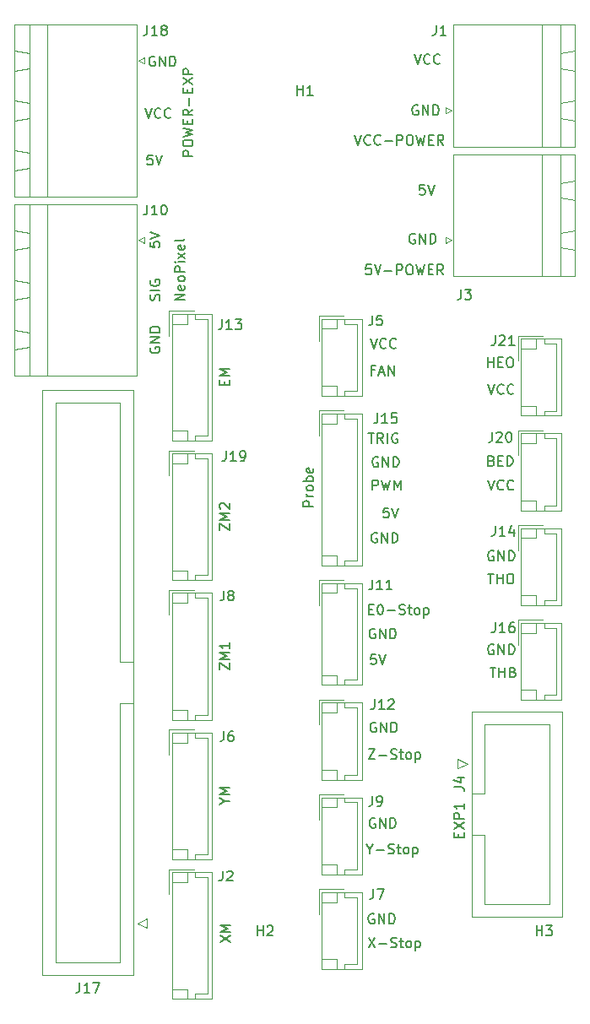
<source format=gbr>
%TF.GenerationSoftware,KiCad,Pcbnew,5.1.10*%
%TF.CreationDate,2021-07-02T09:56:20+02:00*%
%TF.ProjectId,breakout_boards,62726561-6b6f-4757-945f-626f61726473,rev?*%
%TF.SameCoordinates,Original*%
%TF.FileFunction,Legend,Top*%
%TF.FilePolarity,Positive*%
%FSLAX46Y46*%
G04 Gerber Fmt 4.6, Leading zero omitted, Abs format (unit mm)*
G04 Created by KiCad (PCBNEW 5.1.10) date 2021-07-02 09:56:20*
%MOMM*%
%LPD*%
G01*
G04 APERTURE LIST*
%ADD10C,0.120000*%
%ADD11C,0.150000*%
G04 APERTURE END LIST*
D10*
%TO.C,J15*%
X164710000Y-79390000D02*
X160690000Y-79390000D01*
X160690000Y-79390000D02*
X160690000Y-94610000D01*
X160690000Y-94610000D02*
X164710000Y-94610000D01*
X164710000Y-94610000D02*
X164710000Y-79390000D01*
X163000000Y-79390000D02*
X163000000Y-79890000D01*
X163000000Y-79890000D02*
X164210000Y-79890000D01*
X164210000Y-79890000D02*
X164210000Y-94110000D01*
X164210000Y-94110000D02*
X163000000Y-94110000D01*
X163000000Y-94110000D02*
X163000000Y-94610000D01*
X162190000Y-79390000D02*
X162190000Y-80390000D01*
X162190000Y-80390000D02*
X160690000Y-80390000D01*
X162190000Y-94610000D02*
X162190000Y-93610000D01*
X162190000Y-93610000D02*
X160690000Y-93610000D01*
X162890000Y-79090000D02*
X160390000Y-79090000D01*
X160390000Y-79090000D02*
X160390000Y-81590000D01*
%TO.C,J18*%
X142910000Y-43700000D02*
X142910000Y-44300000D01*
X142310000Y-44000000D02*
X142910000Y-43700000D01*
X142910000Y-44300000D02*
X142310000Y-44000000D01*
X131390000Y-53250000D02*
X129890000Y-53000000D01*
X131390000Y-54750000D02*
X131390000Y-53250000D01*
X129890000Y-55000000D02*
X131390000Y-54750000D01*
X129890000Y-53000000D02*
X129890000Y-55000000D01*
X131390000Y-48250000D02*
X129890000Y-48000000D01*
X131390000Y-49750000D02*
X131390000Y-48250000D01*
X129890000Y-50000000D02*
X131390000Y-49750000D01*
X129890000Y-48000000D02*
X129890000Y-50000000D01*
X131390000Y-43250000D02*
X129890000Y-43000000D01*
X131390000Y-44750000D02*
X131390000Y-43250000D01*
X129890000Y-45000000D02*
X131390000Y-44750000D01*
X129890000Y-43000000D02*
X129890000Y-45000000D01*
X131390000Y-57610000D02*
X131390000Y-40390000D01*
X133190000Y-57610000D02*
X131390000Y-57610000D01*
X133190000Y-40390000D02*
X133190000Y-57610000D01*
X131390000Y-40390000D02*
X133190000Y-40390000D01*
X142110000Y-57610000D02*
X142110000Y-40390000D01*
X129890000Y-57610000D02*
X142110000Y-57610000D01*
X129890000Y-40390000D02*
X129890000Y-57610000D01*
X142110000Y-40390000D02*
X129890000Y-40390000D01*
%TO.C,J10*%
X142110000Y-58390000D02*
X129890000Y-58390000D01*
X129890000Y-58390000D02*
X129890000Y-75610000D01*
X129890000Y-75610000D02*
X142110000Y-75610000D01*
X142110000Y-75610000D02*
X142110000Y-58390000D01*
X131390000Y-58390000D02*
X133190000Y-58390000D01*
X133190000Y-58390000D02*
X133190000Y-75610000D01*
X133190000Y-75610000D02*
X131390000Y-75610000D01*
X131390000Y-75610000D02*
X131390000Y-58390000D01*
X129890000Y-61000000D02*
X129890000Y-63000000D01*
X129890000Y-63000000D02*
X131390000Y-62750000D01*
X131390000Y-62750000D02*
X131390000Y-61250000D01*
X131390000Y-61250000D02*
X129890000Y-61000000D01*
X129890000Y-66000000D02*
X129890000Y-68000000D01*
X129890000Y-68000000D02*
X131390000Y-67750000D01*
X131390000Y-67750000D02*
X131390000Y-66250000D01*
X131390000Y-66250000D02*
X129890000Y-66000000D01*
X129890000Y-71000000D02*
X129890000Y-73000000D01*
X129890000Y-73000000D02*
X131390000Y-72750000D01*
X131390000Y-72750000D02*
X131390000Y-71250000D01*
X131390000Y-71250000D02*
X129890000Y-71000000D01*
X142910000Y-62300000D02*
X142310000Y-62000000D01*
X142310000Y-62000000D02*
X142910000Y-61700000D01*
X142910000Y-61700000D02*
X142910000Y-62300000D01*
%TO.C,J3*%
X173890000Y-65610000D02*
X186110000Y-65610000D01*
X186110000Y-65610000D02*
X186110000Y-53390000D01*
X186110000Y-53390000D02*
X173890000Y-53390000D01*
X173890000Y-53390000D02*
X173890000Y-65610000D01*
X184610000Y-65610000D02*
X182810000Y-65610000D01*
X182810000Y-65610000D02*
X182810000Y-53390000D01*
X182810000Y-53390000D02*
X184610000Y-53390000D01*
X184610000Y-53390000D02*
X184610000Y-65610000D01*
X186110000Y-63000000D02*
X186110000Y-61000000D01*
X186110000Y-61000000D02*
X184610000Y-61250000D01*
X184610000Y-61250000D02*
X184610000Y-62750000D01*
X184610000Y-62750000D02*
X186110000Y-63000000D01*
X186110000Y-58000000D02*
X186110000Y-56000000D01*
X186110000Y-56000000D02*
X184610000Y-56250000D01*
X184610000Y-56250000D02*
X184610000Y-57750000D01*
X184610000Y-57750000D02*
X186110000Y-58000000D01*
X173090000Y-61700000D02*
X173690000Y-62000000D01*
X173690000Y-62000000D02*
X173090000Y-62300000D01*
X173090000Y-62300000D02*
X173090000Y-61700000D01*
%TO.C,J1*%
X173890000Y-52610000D02*
X186110000Y-52610000D01*
X186110000Y-52610000D02*
X186110000Y-40390000D01*
X186110000Y-40390000D02*
X173890000Y-40390000D01*
X173890000Y-40390000D02*
X173890000Y-52610000D01*
X184610000Y-52610000D02*
X182810000Y-52610000D01*
X182810000Y-52610000D02*
X182810000Y-40390000D01*
X182810000Y-40390000D02*
X184610000Y-40390000D01*
X184610000Y-40390000D02*
X184610000Y-52610000D01*
X186110000Y-50000000D02*
X186110000Y-48000000D01*
X186110000Y-48000000D02*
X184610000Y-48250000D01*
X184610000Y-48250000D02*
X184610000Y-49750000D01*
X184610000Y-49750000D02*
X186110000Y-50000000D01*
X186110000Y-45000000D02*
X186110000Y-43000000D01*
X186110000Y-43000000D02*
X184610000Y-43250000D01*
X184610000Y-43250000D02*
X184610000Y-44750000D01*
X184610000Y-44750000D02*
X186110000Y-45000000D01*
X173090000Y-48700000D02*
X173690000Y-49000000D01*
X173690000Y-49000000D02*
X173090000Y-49300000D01*
X173090000Y-49300000D02*
X173090000Y-48700000D01*
%TO.C,J2*%
X149710000Y-125390000D02*
X145690000Y-125390000D01*
X145690000Y-125390000D02*
X145690000Y-138110000D01*
X145690000Y-138110000D02*
X149710000Y-138110000D01*
X149710000Y-138110000D02*
X149710000Y-125390000D01*
X148000000Y-125390000D02*
X148000000Y-125890000D01*
X148000000Y-125890000D02*
X149210000Y-125890000D01*
X149210000Y-125890000D02*
X149210000Y-137610000D01*
X149210000Y-137610000D02*
X148000000Y-137610000D01*
X148000000Y-137610000D02*
X148000000Y-138110000D01*
X147190000Y-125390000D02*
X147190000Y-126390000D01*
X147190000Y-126390000D02*
X145690000Y-126390000D01*
X147190000Y-138110000D02*
X147190000Y-137110000D01*
X147190000Y-137110000D02*
X145690000Y-137110000D01*
X147890000Y-125090000D02*
X145390000Y-125090000D01*
X145390000Y-125090000D02*
X145390000Y-127590000D01*
%TO.C,J6*%
X149710000Y-111390000D02*
X145690000Y-111390000D01*
X145690000Y-111390000D02*
X145690000Y-124110000D01*
X145690000Y-124110000D02*
X149710000Y-124110000D01*
X149710000Y-124110000D02*
X149710000Y-111390000D01*
X148000000Y-111390000D02*
X148000000Y-111890000D01*
X148000000Y-111890000D02*
X149210000Y-111890000D01*
X149210000Y-111890000D02*
X149210000Y-123610000D01*
X149210000Y-123610000D02*
X148000000Y-123610000D01*
X148000000Y-123610000D02*
X148000000Y-124110000D01*
X147190000Y-111390000D02*
X147190000Y-112390000D01*
X147190000Y-112390000D02*
X145690000Y-112390000D01*
X147190000Y-124110000D02*
X147190000Y-123110000D01*
X147190000Y-123110000D02*
X145690000Y-123110000D01*
X147890000Y-111090000D02*
X145390000Y-111090000D01*
X145390000Y-111090000D02*
X145390000Y-113590000D01*
%TO.C,J8*%
X149710000Y-97390000D02*
X145690000Y-97390000D01*
X145690000Y-97390000D02*
X145690000Y-110110000D01*
X145690000Y-110110000D02*
X149710000Y-110110000D01*
X149710000Y-110110000D02*
X149710000Y-97390000D01*
X148000000Y-97390000D02*
X148000000Y-97890000D01*
X148000000Y-97890000D02*
X149210000Y-97890000D01*
X149210000Y-97890000D02*
X149210000Y-109610000D01*
X149210000Y-109610000D02*
X148000000Y-109610000D01*
X148000000Y-109610000D02*
X148000000Y-110110000D01*
X147190000Y-97390000D02*
X147190000Y-98390000D01*
X147190000Y-98390000D02*
X145690000Y-98390000D01*
X147190000Y-110110000D02*
X147190000Y-109110000D01*
X147190000Y-109110000D02*
X145690000Y-109110000D01*
X147890000Y-97090000D02*
X145390000Y-97090000D01*
X145390000Y-97090000D02*
X145390000Y-99590000D01*
%TO.C,J19*%
X145390000Y-83090000D02*
X145390000Y-85590000D01*
X147890000Y-83090000D02*
X145390000Y-83090000D01*
X147190000Y-95110000D02*
X145690000Y-95110000D01*
X147190000Y-96110000D02*
X147190000Y-95110000D01*
X147190000Y-84390000D02*
X145690000Y-84390000D01*
X147190000Y-83390000D02*
X147190000Y-84390000D01*
X148000000Y-95610000D02*
X148000000Y-96110000D01*
X149210000Y-95610000D02*
X148000000Y-95610000D01*
X149210000Y-83890000D02*
X149210000Y-95610000D01*
X148000000Y-83890000D02*
X149210000Y-83890000D01*
X148000000Y-83390000D02*
X148000000Y-83890000D01*
X149710000Y-96110000D02*
X149710000Y-83390000D01*
X145690000Y-96110000D02*
X149710000Y-96110000D01*
X145690000Y-83390000D02*
X145690000Y-96110000D01*
X149710000Y-83390000D02*
X145690000Y-83390000D01*
%TO.C,J13*%
X149710000Y-69390000D02*
X145690000Y-69390000D01*
X145690000Y-69390000D02*
X145690000Y-82110000D01*
X145690000Y-82110000D02*
X149710000Y-82110000D01*
X149710000Y-82110000D02*
X149710000Y-69390000D01*
X148000000Y-69390000D02*
X148000000Y-69890000D01*
X148000000Y-69890000D02*
X149210000Y-69890000D01*
X149210000Y-69890000D02*
X149210000Y-81610000D01*
X149210000Y-81610000D02*
X148000000Y-81610000D01*
X148000000Y-81610000D02*
X148000000Y-82110000D01*
X147190000Y-69390000D02*
X147190000Y-70390000D01*
X147190000Y-70390000D02*
X145690000Y-70390000D01*
X147190000Y-82110000D02*
X147190000Y-81110000D01*
X147190000Y-81110000D02*
X145690000Y-81110000D01*
X147890000Y-69090000D02*
X145390000Y-69090000D01*
X145390000Y-69090000D02*
X145390000Y-71590000D01*
%TO.C,J5*%
X164710000Y-69890000D02*
X160690000Y-69890000D01*
X160690000Y-69890000D02*
X160690000Y-77610000D01*
X160690000Y-77610000D02*
X164710000Y-77610000D01*
X164710000Y-77610000D02*
X164710000Y-69890000D01*
X163000000Y-69890000D02*
X163000000Y-70390000D01*
X163000000Y-70390000D02*
X164210000Y-70390000D01*
X164210000Y-70390000D02*
X164210000Y-77110000D01*
X164210000Y-77110000D02*
X163000000Y-77110000D01*
X163000000Y-77110000D02*
X163000000Y-77610000D01*
X162190000Y-69890000D02*
X162190000Y-70890000D01*
X162190000Y-70890000D02*
X160690000Y-70890000D01*
X162190000Y-77610000D02*
X162190000Y-76610000D01*
X162190000Y-76610000D02*
X160690000Y-76610000D01*
X162890000Y-69590000D02*
X160390000Y-69590000D01*
X160390000Y-69590000D02*
X160390000Y-72090000D01*
%TO.C,J11*%
X164710000Y-96390000D02*
X160690000Y-96390000D01*
X160690000Y-96390000D02*
X160690000Y-106610000D01*
X160690000Y-106610000D02*
X164710000Y-106610000D01*
X164710000Y-106610000D02*
X164710000Y-96390000D01*
X163000000Y-96390000D02*
X163000000Y-96890000D01*
X163000000Y-96890000D02*
X164210000Y-96890000D01*
X164210000Y-96890000D02*
X164210000Y-106110000D01*
X164210000Y-106110000D02*
X163000000Y-106110000D01*
X163000000Y-106110000D02*
X163000000Y-106610000D01*
X162190000Y-96390000D02*
X162190000Y-97390000D01*
X162190000Y-97390000D02*
X160690000Y-97390000D01*
X162190000Y-106610000D02*
X162190000Y-105610000D01*
X162190000Y-105610000D02*
X160690000Y-105610000D01*
X162890000Y-96090000D02*
X160390000Y-96090000D01*
X160390000Y-96090000D02*
X160390000Y-98590000D01*
%TO.C,J12*%
X164710000Y-108390000D02*
X160690000Y-108390000D01*
X160690000Y-108390000D02*
X160690000Y-116110000D01*
X160690000Y-116110000D02*
X164710000Y-116110000D01*
X164710000Y-116110000D02*
X164710000Y-108390000D01*
X163000000Y-108390000D02*
X163000000Y-108890000D01*
X163000000Y-108890000D02*
X164210000Y-108890000D01*
X164210000Y-108890000D02*
X164210000Y-115610000D01*
X164210000Y-115610000D02*
X163000000Y-115610000D01*
X163000000Y-115610000D02*
X163000000Y-116110000D01*
X162190000Y-108390000D02*
X162190000Y-109390000D01*
X162190000Y-109390000D02*
X160690000Y-109390000D01*
X162190000Y-116110000D02*
X162190000Y-115110000D01*
X162190000Y-115110000D02*
X160690000Y-115110000D01*
X162890000Y-108090000D02*
X160390000Y-108090000D01*
X160390000Y-108090000D02*
X160390000Y-110590000D01*
%TO.C,J7*%
X164710000Y-127390000D02*
X160690000Y-127390000D01*
X160690000Y-127390000D02*
X160690000Y-135110000D01*
X160690000Y-135110000D02*
X164710000Y-135110000D01*
X164710000Y-135110000D02*
X164710000Y-127390000D01*
X163000000Y-127390000D02*
X163000000Y-127890000D01*
X163000000Y-127890000D02*
X164210000Y-127890000D01*
X164210000Y-127890000D02*
X164210000Y-134610000D01*
X164210000Y-134610000D02*
X163000000Y-134610000D01*
X163000000Y-134610000D02*
X163000000Y-135110000D01*
X162190000Y-127390000D02*
X162190000Y-128390000D01*
X162190000Y-128390000D02*
X160690000Y-128390000D01*
X162190000Y-135110000D02*
X162190000Y-134110000D01*
X162190000Y-134110000D02*
X160690000Y-134110000D01*
X162890000Y-127090000D02*
X160390000Y-127090000D01*
X160390000Y-127090000D02*
X160390000Y-129590000D01*
%TO.C,J9*%
X164710000Y-117890000D02*
X160690000Y-117890000D01*
X160690000Y-117890000D02*
X160690000Y-125610000D01*
X160690000Y-125610000D02*
X164710000Y-125610000D01*
X164710000Y-125610000D02*
X164710000Y-117890000D01*
X163000000Y-117890000D02*
X163000000Y-118390000D01*
X163000000Y-118390000D02*
X164210000Y-118390000D01*
X164210000Y-118390000D02*
X164210000Y-125110000D01*
X164210000Y-125110000D02*
X163000000Y-125110000D01*
X163000000Y-125110000D02*
X163000000Y-125610000D01*
X162190000Y-117890000D02*
X162190000Y-118890000D01*
X162190000Y-118890000D02*
X160690000Y-118890000D01*
X162190000Y-125610000D02*
X162190000Y-124610000D01*
X162190000Y-124610000D02*
X160690000Y-124610000D01*
X162890000Y-117590000D02*
X160390000Y-117590000D01*
X160390000Y-117590000D02*
X160390000Y-120090000D01*
%TO.C,J4*%
X175710000Y-109290000D02*
X184830000Y-109290000D01*
X184830000Y-109290000D02*
X184830000Y-129870000D01*
X184830000Y-129870000D02*
X175710000Y-129870000D01*
X175710000Y-129870000D02*
X175710000Y-109290000D01*
X175710000Y-117530000D02*
X177020000Y-117530000D01*
X177020000Y-117530000D02*
X177020000Y-110590000D01*
X177020000Y-110590000D02*
X183520000Y-110590000D01*
X183520000Y-110590000D02*
X183520000Y-128570000D01*
X183520000Y-128570000D02*
X177020000Y-128570000D01*
X177020000Y-128570000D02*
X177020000Y-121630000D01*
X177020000Y-121630000D02*
X177020000Y-121630000D01*
X177020000Y-121630000D02*
X175710000Y-121630000D01*
X175320000Y-114500000D02*
X174320000Y-114000000D01*
X174320000Y-114000000D02*
X174320000Y-115000000D01*
X174320000Y-115000000D02*
X175320000Y-114500000D01*
%TO.C,J20*%
X184710000Y-81390000D02*
X180690000Y-81390000D01*
X180690000Y-81390000D02*
X180690000Y-89110000D01*
X180690000Y-89110000D02*
X184710000Y-89110000D01*
X184710000Y-89110000D02*
X184710000Y-81390000D01*
X183000000Y-81390000D02*
X183000000Y-81890000D01*
X183000000Y-81890000D02*
X184210000Y-81890000D01*
X184210000Y-81890000D02*
X184210000Y-88610000D01*
X184210000Y-88610000D02*
X183000000Y-88610000D01*
X183000000Y-88610000D02*
X183000000Y-89110000D01*
X182190000Y-81390000D02*
X182190000Y-82390000D01*
X182190000Y-82390000D02*
X180690000Y-82390000D01*
X182190000Y-89110000D02*
X182190000Y-88110000D01*
X182190000Y-88110000D02*
X180690000Y-88110000D01*
X182890000Y-81090000D02*
X180390000Y-81090000D01*
X180390000Y-81090000D02*
X180390000Y-83590000D01*
%TO.C,J21*%
X184710000Y-71890000D02*
X180690000Y-71890000D01*
X180690000Y-71890000D02*
X180690000Y-79610000D01*
X180690000Y-79610000D02*
X184710000Y-79610000D01*
X184710000Y-79610000D02*
X184710000Y-71890000D01*
X183000000Y-71890000D02*
X183000000Y-72390000D01*
X183000000Y-72390000D02*
X184210000Y-72390000D01*
X184210000Y-72390000D02*
X184210000Y-79110000D01*
X184210000Y-79110000D02*
X183000000Y-79110000D01*
X183000000Y-79110000D02*
X183000000Y-79610000D01*
X182190000Y-71890000D02*
X182190000Y-72890000D01*
X182190000Y-72890000D02*
X180690000Y-72890000D01*
X182190000Y-79610000D02*
X182190000Y-78610000D01*
X182190000Y-78610000D02*
X180690000Y-78610000D01*
X182890000Y-71590000D02*
X180390000Y-71590000D01*
X180390000Y-71590000D02*
X180390000Y-74090000D01*
%TO.C,J14*%
X184710000Y-90890000D02*
X180690000Y-90890000D01*
X180690000Y-90890000D02*
X180690000Y-98610000D01*
X180690000Y-98610000D02*
X184710000Y-98610000D01*
X184710000Y-98610000D02*
X184710000Y-90890000D01*
X183000000Y-90890000D02*
X183000000Y-91390000D01*
X183000000Y-91390000D02*
X184210000Y-91390000D01*
X184210000Y-91390000D02*
X184210000Y-98110000D01*
X184210000Y-98110000D02*
X183000000Y-98110000D01*
X183000000Y-98110000D02*
X183000000Y-98610000D01*
X182190000Y-90890000D02*
X182190000Y-91890000D01*
X182190000Y-91890000D02*
X180690000Y-91890000D01*
X182190000Y-98610000D02*
X182190000Y-97610000D01*
X182190000Y-97610000D02*
X180690000Y-97610000D01*
X182890000Y-90590000D02*
X180390000Y-90590000D01*
X180390000Y-90590000D02*
X180390000Y-93090000D01*
%TO.C,J16*%
X184710000Y-100390000D02*
X180690000Y-100390000D01*
X180690000Y-100390000D02*
X180690000Y-108110000D01*
X180690000Y-108110000D02*
X184710000Y-108110000D01*
X184710000Y-108110000D02*
X184710000Y-100390000D01*
X183000000Y-100390000D02*
X183000000Y-100890000D01*
X183000000Y-100890000D02*
X184210000Y-100890000D01*
X184210000Y-100890000D02*
X184210000Y-107610000D01*
X184210000Y-107610000D02*
X183000000Y-107610000D01*
X183000000Y-107610000D02*
X183000000Y-108110000D01*
X182190000Y-100390000D02*
X182190000Y-101390000D01*
X182190000Y-101390000D02*
X180690000Y-101390000D01*
X182190000Y-108110000D02*
X182190000Y-107110000D01*
X182190000Y-107110000D02*
X180690000Y-107110000D01*
X182890000Y-100090000D02*
X180390000Y-100090000D01*
X180390000Y-100090000D02*
X180390000Y-102590000D01*
%TO.C,J17*%
X141790000Y-135710000D02*
X132670000Y-135710000D01*
X132670000Y-135710000D02*
X132670000Y-77030000D01*
X132670000Y-77030000D02*
X141790000Y-77030000D01*
X141790000Y-77030000D02*
X141790000Y-135710000D01*
X141790000Y-108420000D02*
X140480000Y-108420000D01*
X140480000Y-108420000D02*
X140480000Y-134410000D01*
X140480000Y-134410000D02*
X133980000Y-134410000D01*
X133980000Y-134410000D02*
X133980000Y-78330000D01*
X133980000Y-78330000D02*
X140480000Y-78330000D01*
X140480000Y-78330000D02*
X140480000Y-104320000D01*
X140480000Y-104320000D02*
X140480000Y-104320000D01*
X140480000Y-104320000D02*
X141790000Y-104320000D01*
X142180000Y-130500000D02*
X143180000Y-131000000D01*
X143180000Y-131000000D02*
X143180000Y-130000000D01*
X143180000Y-130000000D02*
X142180000Y-130500000D01*
%TO.C,J15*%
D11*
X166290476Y-79352380D02*
X166290476Y-80066666D01*
X166242857Y-80209523D01*
X166147619Y-80304761D01*
X166004761Y-80352380D01*
X165909523Y-80352380D01*
X167290476Y-80352380D02*
X166719047Y-80352380D01*
X167004761Y-80352380D02*
X167004761Y-79352380D01*
X166909523Y-79495238D01*
X166814285Y-79590476D01*
X166719047Y-79638095D01*
X168195238Y-79352380D02*
X167719047Y-79352380D01*
X167671428Y-79828571D01*
X167719047Y-79780952D01*
X167814285Y-79733333D01*
X168052380Y-79733333D01*
X168147619Y-79780952D01*
X168195238Y-79828571D01*
X168242857Y-79923809D01*
X168242857Y-80161904D01*
X168195238Y-80257142D01*
X168147619Y-80304761D01*
X168052380Y-80352380D01*
X167814285Y-80352380D01*
X167719047Y-80304761D01*
X167671428Y-80257142D01*
X159852380Y-88704761D02*
X158852380Y-88704761D01*
X158852380Y-88323809D01*
X158900000Y-88228571D01*
X158947619Y-88180952D01*
X159042857Y-88133333D01*
X159185714Y-88133333D01*
X159280952Y-88180952D01*
X159328571Y-88228571D01*
X159376190Y-88323809D01*
X159376190Y-88704761D01*
X159852380Y-87704761D02*
X159185714Y-87704761D01*
X159376190Y-87704761D02*
X159280952Y-87657142D01*
X159233333Y-87609523D01*
X159185714Y-87514285D01*
X159185714Y-87419047D01*
X159852380Y-86942857D02*
X159804761Y-87038095D01*
X159757142Y-87085714D01*
X159661904Y-87133333D01*
X159376190Y-87133333D01*
X159280952Y-87085714D01*
X159233333Y-87038095D01*
X159185714Y-86942857D01*
X159185714Y-86800000D01*
X159233333Y-86704761D01*
X159280952Y-86657142D01*
X159376190Y-86609523D01*
X159661904Y-86609523D01*
X159757142Y-86657142D01*
X159804761Y-86704761D01*
X159852380Y-86800000D01*
X159852380Y-86942857D01*
X159852380Y-86180952D02*
X158852380Y-86180952D01*
X159233333Y-86180952D02*
X159185714Y-86085714D01*
X159185714Y-85895238D01*
X159233333Y-85800000D01*
X159280952Y-85752380D01*
X159376190Y-85704761D01*
X159661904Y-85704761D01*
X159757142Y-85752380D01*
X159804761Y-85800000D01*
X159852380Y-85895238D01*
X159852380Y-86085714D01*
X159804761Y-86180952D01*
X159804761Y-84895238D02*
X159852380Y-84990476D01*
X159852380Y-85180952D01*
X159804761Y-85276190D01*
X159709523Y-85323809D01*
X159328571Y-85323809D01*
X159233333Y-85276190D01*
X159185714Y-85180952D01*
X159185714Y-84990476D01*
X159233333Y-84895238D01*
X159328571Y-84847619D01*
X159423809Y-84847619D01*
X159519047Y-85323809D01*
X165376190Y-81352380D02*
X165947619Y-81352380D01*
X165661904Y-82352380D02*
X165661904Y-81352380D01*
X166852380Y-82352380D02*
X166519047Y-81876190D01*
X166280952Y-82352380D02*
X166280952Y-81352380D01*
X166661904Y-81352380D01*
X166757142Y-81400000D01*
X166804761Y-81447619D01*
X166852380Y-81542857D01*
X166852380Y-81685714D01*
X166804761Y-81780952D01*
X166757142Y-81828571D01*
X166661904Y-81876190D01*
X166280952Y-81876190D01*
X167280952Y-82352380D02*
X167280952Y-81352380D01*
X168280952Y-81400000D02*
X168185714Y-81352380D01*
X168042857Y-81352380D01*
X167900000Y-81400000D01*
X167804761Y-81495238D01*
X167757142Y-81590476D01*
X167709523Y-81780952D01*
X167709523Y-81923809D01*
X167757142Y-82114285D01*
X167804761Y-82209523D01*
X167900000Y-82304761D01*
X168042857Y-82352380D01*
X168138095Y-82352380D01*
X168280952Y-82304761D01*
X168328571Y-82257142D01*
X168328571Y-81923809D01*
X168138095Y-81923809D01*
X166338095Y-83800000D02*
X166242857Y-83752380D01*
X166100000Y-83752380D01*
X165957142Y-83800000D01*
X165861904Y-83895238D01*
X165814285Y-83990476D01*
X165766666Y-84180952D01*
X165766666Y-84323809D01*
X165814285Y-84514285D01*
X165861904Y-84609523D01*
X165957142Y-84704761D01*
X166100000Y-84752380D01*
X166195238Y-84752380D01*
X166338095Y-84704761D01*
X166385714Y-84657142D01*
X166385714Y-84323809D01*
X166195238Y-84323809D01*
X166814285Y-84752380D02*
X166814285Y-83752380D01*
X167385714Y-84752380D01*
X167385714Y-83752380D01*
X167861904Y-84752380D02*
X167861904Y-83752380D01*
X168100000Y-83752380D01*
X168242857Y-83800000D01*
X168338095Y-83895238D01*
X168385714Y-83990476D01*
X168433333Y-84180952D01*
X168433333Y-84323809D01*
X168385714Y-84514285D01*
X168338095Y-84609523D01*
X168242857Y-84704761D01*
X168100000Y-84752380D01*
X167861904Y-84752380D01*
X165795238Y-87052380D02*
X165795238Y-86052380D01*
X166176190Y-86052380D01*
X166271428Y-86100000D01*
X166319047Y-86147619D01*
X166366666Y-86242857D01*
X166366666Y-86385714D01*
X166319047Y-86480952D01*
X166271428Y-86528571D01*
X166176190Y-86576190D01*
X165795238Y-86576190D01*
X166700000Y-86052380D02*
X166938095Y-87052380D01*
X167128571Y-86338095D01*
X167319047Y-87052380D01*
X167557142Y-86052380D01*
X167938095Y-87052380D02*
X167938095Y-86052380D01*
X168271428Y-86766666D01*
X168604761Y-86052380D01*
X168604761Y-87052380D01*
X167409523Y-88852380D02*
X166933333Y-88852380D01*
X166885714Y-89328571D01*
X166933333Y-89280952D01*
X167028571Y-89233333D01*
X167266666Y-89233333D01*
X167361904Y-89280952D01*
X167409523Y-89328571D01*
X167457142Y-89423809D01*
X167457142Y-89661904D01*
X167409523Y-89757142D01*
X167361904Y-89804761D01*
X167266666Y-89852380D01*
X167028571Y-89852380D01*
X166933333Y-89804761D01*
X166885714Y-89757142D01*
X167742857Y-88852380D02*
X168076190Y-89852380D01*
X168409523Y-88852380D01*
X166238095Y-91400000D02*
X166142857Y-91352380D01*
X166000000Y-91352380D01*
X165857142Y-91400000D01*
X165761904Y-91495238D01*
X165714285Y-91590476D01*
X165666666Y-91780952D01*
X165666666Y-91923809D01*
X165714285Y-92114285D01*
X165761904Y-92209523D01*
X165857142Y-92304761D01*
X166000000Y-92352380D01*
X166095238Y-92352380D01*
X166238095Y-92304761D01*
X166285714Y-92257142D01*
X166285714Y-91923809D01*
X166095238Y-91923809D01*
X166714285Y-92352380D02*
X166714285Y-91352380D01*
X167285714Y-92352380D01*
X167285714Y-91352380D01*
X167761904Y-92352380D02*
X167761904Y-91352380D01*
X168000000Y-91352380D01*
X168142857Y-91400000D01*
X168238095Y-91495238D01*
X168285714Y-91590476D01*
X168333333Y-91780952D01*
X168333333Y-91923809D01*
X168285714Y-92114285D01*
X168238095Y-92209523D01*
X168142857Y-92304761D01*
X168000000Y-92352380D01*
X167761904Y-92352380D01*
%TO.C,H3*%
X182238095Y-131752380D02*
X182238095Y-130752380D01*
X182238095Y-131228571D02*
X182809523Y-131228571D01*
X182809523Y-131752380D02*
X182809523Y-130752380D01*
X183190476Y-130752380D02*
X183809523Y-130752380D01*
X183476190Y-131133333D01*
X183619047Y-131133333D01*
X183714285Y-131180952D01*
X183761904Y-131228571D01*
X183809523Y-131323809D01*
X183809523Y-131561904D01*
X183761904Y-131657142D01*
X183714285Y-131704761D01*
X183619047Y-131752380D01*
X183333333Y-131752380D01*
X183238095Y-131704761D01*
X183190476Y-131657142D01*
%TO.C,H2*%
X154238095Y-131752380D02*
X154238095Y-130752380D01*
X154238095Y-131228571D02*
X154809523Y-131228571D01*
X154809523Y-131752380D02*
X154809523Y-130752380D01*
X155238095Y-130847619D02*
X155285714Y-130800000D01*
X155380952Y-130752380D01*
X155619047Y-130752380D01*
X155714285Y-130800000D01*
X155761904Y-130847619D01*
X155809523Y-130942857D01*
X155809523Y-131038095D01*
X155761904Y-131180952D01*
X155190476Y-131752380D01*
X155809523Y-131752380D01*
%TO.C,H1*%
X158238095Y-47452380D02*
X158238095Y-46452380D01*
X158238095Y-46928571D02*
X158809523Y-46928571D01*
X158809523Y-47452380D02*
X158809523Y-46452380D01*
X159809523Y-47452380D02*
X159238095Y-47452380D01*
X159523809Y-47452380D02*
X159523809Y-46452380D01*
X159428571Y-46595238D01*
X159333333Y-46690476D01*
X159238095Y-46738095D01*
%TO.C,J18*%
X143190476Y-40452380D02*
X143190476Y-41166666D01*
X143142857Y-41309523D01*
X143047619Y-41404761D01*
X142904761Y-41452380D01*
X142809523Y-41452380D01*
X144190476Y-41452380D02*
X143619047Y-41452380D01*
X143904761Y-41452380D02*
X143904761Y-40452380D01*
X143809523Y-40595238D01*
X143714285Y-40690476D01*
X143619047Y-40738095D01*
X144761904Y-40880952D02*
X144666666Y-40833333D01*
X144619047Y-40785714D01*
X144571428Y-40690476D01*
X144571428Y-40642857D01*
X144619047Y-40547619D01*
X144666666Y-40500000D01*
X144761904Y-40452380D01*
X144952380Y-40452380D01*
X145047619Y-40500000D01*
X145095238Y-40547619D01*
X145142857Y-40642857D01*
X145142857Y-40690476D01*
X145095238Y-40785714D01*
X145047619Y-40833333D01*
X144952380Y-40880952D01*
X144761904Y-40880952D01*
X144666666Y-40928571D01*
X144619047Y-40976190D01*
X144571428Y-41071428D01*
X144571428Y-41261904D01*
X144619047Y-41357142D01*
X144666666Y-41404761D01*
X144761904Y-41452380D01*
X144952380Y-41452380D01*
X145047619Y-41404761D01*
X145095238Y-41357142D01*
X145142857Y-41261904D01*
X145142857Y-41071428D01*
X145095238Y-40976190D01*
X145047619Y-40928571D01*
X144952380Y-40880952D01*
X143938095Y-43600000D02*
X143842857Y-43552380D01*
X143700000Y-43552380D01*
X143557142Y-43600000D01*
X143461904Y-43695238D01*
X143414285Y-43790476D01*
X143366666Y-43980952D01*
X143366666Y-44123809D01*
X143414285Y-44314285D01*
X143461904Y-44409523D01*
X143557142Y-44504761D01*
X143700000Y-44552380D01*
X143795238Y-44552380D01*
X143938095Y-44504761D01*
X143985714Y-44457142D01*
X143985714Y-44123809D01*
X143795238Y-44123809D01*
X144414285Y-44552380D02*
X144414285Y-43552380D01*
X144985714Y-44552380D01*
X144985714Y-43552380D01*
X145461904Y-44552380D02*
X145461904Y-43552380D01*
X145700000Y-43552380D01*
X145842857Y-43600000D01*
X145938095Y-43695238D01*
X145985714Y-43790476D01*
X146033333Y-43980952D01*
X146033333Y-44123809D01*
X145985714Y-44314285D01*
X145938095Y-44409523D01*
X145842857Y-44504761D01*
X145700000Y-44552380D01*
X145461904Y-44552380D01*
X142966666Y-48752380D02*
X143300000Y-49752380D01*
X143633333Y-48752380D01*
X144538095Y-49657142D02*
X144490476Y-49704761D01*
X144347619Y-49752380D01*
X144252380Y-49752380D01*
X144109523Y-49704761D01*
X144014285Y-49609523D01*
X143966666Y-49514285D01*
X143919047Y-49323809D01*
X143919047Y-49180952D01*
X143966666Y-48990476D01*
X144014285Y-48895238D01*
X144109523Y-48800000D01*
X144252380Y-48752380D01*
X144347619Y-48752380D01*
X144490476Y-48800000D01*
X144538095Y-48847619D01*
X145538095Y-49657142D02*
X145490476Y-49704761D01*
X145347619Y-49752380D01*
X145252380Y-49752380D01*
X145109523Y-49704761D01*
X145014285Y-49609523D01*
X144966666Y-49514285D01*
X144919047Y-49323809D01*
X144919047Y-49180952D01*
X144966666Y-48990476D01*
X145014285Y-48895238D01*
X145109523Y-48800000D01*
X145252380Y-48752380D01*
X145347619Y-48752380D01*
X145490476Y-48800000D01*
X145538095Y-48847619D01*
X143709523Y-53452380D02*
X143233333Y-53452380D01*
X143185714Y-53928571D01*
X143233333Y-53880952D01*
X143328571Y-53833333D01*
X143566666Y-53833333D01*
X143661904Y-53880952D01*
X143709523Y-53928571D01*
X143757142Y-54023809D01*
X143757142Y-54261904D01*
X143709523Y-54357142D01*
X143661904Y-54404761D01*
X143566666Y-54452380D01*
X143328571Y-54452380D01*
X143233333Y-54404761D01*
X143185714Y-54357142D01*
X144042857Y-53452380D02*
X144376190Y-54452380D01*
X144709523Y-53452380D01*
X147752380Y-53557142D02*
X146752380Y-53557142D01*
X146752380Y-53176190D01*
X146800000Y-53080952D01*
X146847619Y-53033333D01*
X146942857Y-52985714D01*
X147085714Y-52985714D01*
X147180952Y-53033333D01*
X147228571Y-53080952D01*
X147276190Y-53176190D01*
X147276190Y-53557142D01*
X146752380Y-52366666D02*
X146752380Y-52176190D01*
X146800000Y-52080952D01*
X146895238Y-51985714D01*
X147085714Y-51938095D01*
X147419047Y-51938095D01*
X147609523Y-51985714D01*
X147704761Y-52080952D01*
X147752380Y-52176190D01*
X147752380Y-52366666D01*
X147704761Y-52461904D01*
X147609523Y-52557142D01*
X147419047Y-52604761D01*
X147085714Y-52604761D01*
X146895238Y-52557142D01*
X146800000Y-52461904D01*
X146752380Y-52366666D01*
X146752380Y-51604761D02*
X147752380Y-51366666D01*
X147038095Y-51176190D01*
X147752380Y-50985714D01*
X146752380Y-50747619D01*
X147228571Y-50366666D02*
X147228571Y-50033333D01*
X147752380Y-49890476D02*
X147752380Y-50366666D01*
X146752380Y-50366666D01*
X146752380Y-49890476D01*
X147752380Y-48890476D02*
X147276190Y-49223809D01*
X147752380Y-49461904D02*
X146752380Y-49461904D01*
X146752380Y-49080952D01*
X146800000Y-48985714D01*
X146847619Y-48938095D01*
X146942857Y-48890476D01*
X147085714Y-48890476D01*
X147180952Y-48938095D01*
X147228571Y-48985714D01*
X147276190Y-49080952D01*
X147276190Y-49461904D01*
X147371428Y-48461904D02*
X147371428Y-47700000D01*
X147228571Y-47223809D02*
X147228571Y-46890476D01*
X147752380Y-46747619D02*
X147752380Y-47223809D01*
X146752380Y-47223809D01*
X146752380Y-46747619D01*
X146752380Y-46414285D02*
X147752380Y-45747619D01*
X146752380Y-45747619D02*
X147752380Y-46414285D01*
X147752380Y-45366666D02*
X146752380Y-45366666D01*
X146752380Y-44985714D01*
X146800000Y-44890476D01*
X146847619Y-44842857D01*
X146942857Y-44795238D01*
X147085714Y-44795238D01*
X147180952Y-44842857D01*
X147228571Y-44890476D01*
X147276190Y-44985714D01*
X147276190Y-45366666D01*
%TO.C,J10*%
X143190476Y-58452380D02*
X143190476Y-59166666D01*
X143142857Y-59309523D01*
X143047619Y-59404761D01*
X142904761Y-59452380D01*
X142809523Y-59452380D01*
X144190476Y-59452380D02*
X143619047Y-59452380D01*
X143904761Y-59452380D02*
X143904761Y-58452380D01*
X143809523Y-58595238D01*
X143714285Y-58690476D01*
X143619047Y-58738095D01*
X144809523Y-58452380D02*
X144904761Y-58452380D01*
X145000000Y-58500000D01*
X145047619Y-58547619D01*
X145095238Y-58642857D01*
X145142857Y-58833333D01*
X145142857Y-59071428D01*
X145095238Y-59261904D01*
X145047619Y-59357142D01*
X145000000Y-59404761D01*
X144904761Y-59452380D01*
X144809523Y-59452380D01*
X144714285Y-59404761D01*
X144666666Y-59357142D01*
X144619047Y-59261904D01*
X144571428Y-59071428D01*
X144571428Y-58833333D01*
X144619047Y-58642857D01*
X144666666Y-58547619D01*
X144714285Y-58500000D01*
X144809523Y-58452380D01*
X143500000Y-72761904D02*
X143452380Y-72857142D01*
X143452380Y-73000000D01*
X143500000Y-73142857D01*
X143595238Y-73238095D01*
X143690476Y-73285714D01*
X143880952Y-73333333D01*
X144023809Y-73333333D01*
X144214285Y-73285714D01*
X144309523Y-73238095D01*
X144404761Y-73142857D01*
X144452380Y-73000000D01*
X144452380Y-72904761D01*
X144404761Y-72761904D01*
X144357142Y-72714285D01*
X144023809Y-72714285D01*
X144023809Y-72904761D01*
X144452380Y-72285714D02*
X143452380Y-72285714D01*
X144452380Y-71714285D01*
X143452380Y-71714285D01*
X144452380Y-71238095D02*
X143452380Y-71238095D01*
X143452380Y-71000000D01*
X143500000Y-70857142D01*
X143595238Y-70761904D01*
X143690476Y-70714285D01*
X143880952Y-70666666D01*
X144023809Y-70666666D01*
X144214285Y-70714285D01*
X144309523Y-70761904D01*
X144404761Y-70857142D01*
X144452380Y-71000000D01*
X144452380Y-71238095D01*
X144404761Y-68023809D02*
X144452380Y-67880952D01*
X144452380Y-67642857D01*
X144404761Y-67547619D01*
X144357142Y-67500000D01*
X144261904Y-67452380D01*
X144166666Y-67452380D01*
X144071428Y-67500000D01*
X144023809Y-67547619D01*
X143976190Y-67642857D01*
X143928571Y-67833333D01*
X143880952Y-67928571D01*
X143833333Y-67976190D01*
X143738095Y-68023809D01*
X143642857Y-68023809D01*
X143547619Y-67976190D01*
X143500000Y-67928571D01*
X143452380Y-67833333D01*
X143452380Y-67595238D01*
X143500000Y-67452380D01*
X144452380Y-67023809D02*
X143452380Y-67023809D01*
X143500000Y-66023809D02*
X143452380Y-66119047D01*
X143452380Y-66261904D01*
X143500000Y-66404761D01*
X143595238Y-66500000D01*
X143690476Y-66547619D01*
X143880952Y-66595238D01*
X144023809Y-66595238D01*
X144214285Y-66547619D01*
X144309523Y-66500000D01*
X144404761Y-66404761D01*
X144452380Y-66261904D01*
X144452380Y-66166666D01*
X144404761Y-66023809D01*
X144357142Y-65976190D01*
X144023809Y-65976190D01*
X144023809Y-66166666D01*
X143452380Y-62190476D02*
X143452380Y-62666666D01*
X143928571Y-62714285D01*
X143880952Y-62666666D01*
X143833333Y-62571428D01*
X143833333Y-62333333D01*
X143880952Y-62238095D01*
X143928571Y-62190476D01*
X144023809Y-62142857D01*
X144261904Y-62142857D01*
X144357142Y-62190476D01*
X144404761Y-62238095D01*
X144452380Y-62333333D01*
X144452380Y-62571428D01*
X144404761Y-62666666D01*
X144357142Y-62714285D01*
X143452380Y-61857142D02*
X144452380Y-61523809D01*
X143452380Y-61190476D01*
X146952380Y-68000000D02*
X145952380Y-68000000D01*
X146952380Y-67428571D01*
X145952380Y-67428571D01*
X146904761Y-66571428D02*
X146952380Y-66666666D01*
X146952380Y-66857142D01*
X146904761Y-66952380D01*
X146809523Y-67000000D01*
X146428571Y-67000000D01*
X146333333Y-66952380D01*
X146285714Y-66857142D01*
X146285714Y-66666666D01*
X146333333Y-66571428D01*
X146428571Y-66523809D01*
X146523809Y-66523809D01*
X146619047Y-67000000D01*
X146952380Y-65952380D02*
X146904761Y-66047619D01*
X146857142Y-66095238D01*
X146761904Y-66142857D01*
X146476190Y-66142857D01*
X146380952Y-66095238D01*
X146333333Y-66047619D01*
X146285714Y-65952380D01*
X146285714Y-65809523D01*
X146333333Y-65714285D01*
X146380952Y-65666666D01*
X146476190Y-65619047D01*
X146761904Y-65619047D01*
X146857142Y-65666666D01*
X146904761Y-65714285D01*
X146952380Y-65809523D01*
X146952380Y-65952380D01*
X146952380Y-65190476D02*
X145952380Y-65190476D01*
X145952380Y-64809523D01*
X146000000Y-64714285D01*
X146047619Y-64666666D01*
X146142857Y-64619047D01*
X146285714Y-64619047D01*
X146380952Y-64666666D01*
X146428571Y-64714285D01*
X146476190Y-64809523D01*
X146476190Y-65190476D01*
X146952380Y-64190476D02*
X146285714Y-64190476D01*
X145952380Y-64190476D02*
X146000000Y-64238095D01*
X146047619Y-64190476D01*
X146000000Y-64142857D01*
X145952380Y-64190476D01*
X146047619Y-64190476D01*
X146952380Y-63809523D02*
X146285714Y-63285714D01*
X146285714Y-63809523D02*
X146952380Y-63285714D01*
X146904761Y-62523809D02*
X146952380Y-62619047D01*
X146952380Y-62809523D01*
X146904761Y-62904761D01*
X146809523Y-62952380D01*
X146428571Y-62952380D01*
X146333333Y-62904761D01*
X146285714Y-62809523D01*
X146285714Y-62619047D01*
X146333333Y-62523809D01*
X146428571Y-62476190D01*
X146523809Y-62476190D01*
X146619047Y-62952380D01*
X146952380Y-61904761D02*
X146904761Y-62000000D01*
X146809523Y-62047619D01*
X145952380Y-62047619D01*
%TO.C,J3*%
X174666666Y-66952380D02*
X174666666Y-67666666D01*
X174619047Y-67809523D01*
X174523809Y-67904761D01*
X174380952Y-67952380D01*
X174285714Y-67952380D01*
X175047619Y-66952380D02*
X175666666Y-66952380D01*
X175333333Y-67333333D01*
X175476190Y-67333333D01*
X175571428Y-67380952D01*
X175619047Y-67428571D01*
X175666666Y-67523809D01*
X175666666Y-67761904D01*
X175619047Y-67857142D01*
X175571428Y-67904761D01*
X175476190Y-67952380D01*
X175190476Y-67952380D01*
X175095238Y-67904761D01*
X175047619Y-67857142D01*
X170038095Y-61400000D02*
X169942857Y-61352380D01*
X169800000Y-61352380D01*
X169657142Y-61400000D01*
X169561904Y-61495238D01*
X169514285Y-61590476D01*
X169466666Y-61780952D01*
X169466666Y-61923809D01*
X169514285Y-62114285D01*
X169561904Y-62209523D01*
X169657142Y-62304761D01*
X169800000Y-62352380D01*
X169895238Y-62352380D01*
X170038095Y-62304761D01*
X170085714Y-62257142D01*
X170085714Y-61923809D01*
X169895238Y-61923809D01*
X170514285Y-62352380D02*
X170514285Y-61352380D01*
X171085714Y-62352380D01*
X171085714Y-61352380D01*
X171561904Y-62352380D02*
X171561904Y-61352380D01*
X171800000Y-61352380D01*
X171942857Y-61400000D01*
X172038095Y-61495238D01*
X172085714Y-61590476D01*
X172133333Y-61780952D01*
X172133333Y-61923809D01*
X172085714Y-62114285D01*
X172038095Y-62209523D01*
X171942857Y-62304761D01*
X171800000Y-62352380D01*
X171561904Y-62352380D01*
X171009523Y-56452380D02*
X170533333Y-56452380D01*
X170485714Y-56928571D01*
X170533333Y-56880952D01*
X170628571Y-56833333D01*
X170866666Y-56833333D01*
X170961904Y-56880952D01*
X171009523Y-56928571D01*
X171057142Y-57023809D01*
X171057142Y-57261904D01*
X171009523Y-57357142D01*
X170961904Y-57404761D01*
X170866666Y-57452380D01*
X170628571Y-57452380D01*
X170533333Y-57404761D01*
X170485714Y-57357142D01*
X171342857Y-56452380D02*
X171676190Y-57452380D01*
X172009523Y-56452380D01*
X165642857Y-64452380D02*
X165166666Y-64452380D01*
X165119047Y-64928571D01*
X165166666Y-64880952D01*
X165261904Y-64833333D01*
X165500000Y-64833333D01*
X165595238Y-64880952D01*
X165642857Y-64928571D01*
X165690476Y-65023809D01*
X165690476Y-65261904D01*
X165642857Y-65357142D01*
X165595238Y-65404761D01*
X165500000Y-65452380D01*
X165261904Y-65452380D01*
X165166666Y-65404761D01*
X165119047Y-65357142D01*
X165976190Y-64452380D02*
X166309523Y-65452380D01*
X166642857Y-64452380D01*
X166976190Y-65071428D02*
X167738095Y-65071428D01*
X168214285Y-65452380D02*
X168214285Y-64452380D01*
X168595238Y-64452380D01*
X168690476Y-64500000D01*
X168738095Y-64547619D01*
X168785714Y-64642857D01*
X168785714Y-64785714D01*
X168738095Y-64880952D01*
X168690476Y-64928571D01*
X168595238Y-64976190D01*
X168214285Y-64976190D01*
X169404761Y-64452380D02*
X169595238Y-64452380D01*
X169690476Y-64500000D01*
X169785714Y-64595238D01*
X169833333Y-64785714D01*
X169833333Y-65119047D01*
X169785714Y-65309523D01*
X169690476Y-65404761D01*
X169595238Y-65452380D01*
X169404761Y-65452380D01*
X169309523Y-65404761D01*
X169214285Y-65309523D01*
X169166666Y-65119047D01*
X169166666Y-64785714D01*
X169214285Y-64595238D01*
X169309523Y-64500000D01*
X169404761Y-64452380D01*
X170166666Y-64452380D02*
X170404761Y-65452380D01*
X170595238Y-64738095D01*
X170785714Y-65452380D01*
X171023809Y-64452380D01*
X171404761Y-64928571D02*
X171738095Y-64928571D01*
X171880952Y-65452380D02*
X171404761Y-65452380D01*
X171404761Y-64452380D01*
X171880952Y-64452380D01*
X172880952Y-65452380D02*
X172547619Y-64976190D01*
X172309523Y-65452380D02*
X172309523Y-64452380D01*
X172690476Y-64452380D01*
X172785714Y-64500000D01*
X172833333Y-64547619D01*
X172880952Y-64642857D01*
X172880952Y-64785714D01*
X172833333Y-64880952D01*
X172785714Y-64928571D01*
X172690476Y-64976190D01*
X172309523Y-64976190D01*
%TO.C,J1*%
X172166666Y-40452380D02*
X172166666Y-41166666D01*
X172119047Y-41309523D01*
X172023809Y-41404761D01*
X171880952Y-41452380D01*
X171785714Y-41452380D01*
X173166666Y-41452380D02*
X172595238Y-41452380D01*
X172880952Y-41452380D02*
X172880952Y-40452380D01*
X172785714Y-40595238D01*
X172690476Y-40690476D01*
X172595238Y-40738095D01*
X164000000Y-51452380D02*
X164333333Y-52452380D01*
X164666666Y-51452380D01*
X165571428Y-52357142D02*
X165523809Y-52404761D01*
X165380952Y-52452380D01*
X165285714Y-52452380D01*
X165142857Y-52404761D01*
X165047619Y-52309523D01*
X165000000Y-52214285D01*
X164952380Y-52023809D01*
X164952380Y-51880952D01*
X165000000Y-51690476D01*
X165047619Y-51595238D01*
X165142857Y-51500000D01*
X165285714Y-51452380D01*
X165380952Y-51452380D01*
X165523809Y-51500000D01*
X165571428Y-51547619D01*
X166571428Y-52357142D02*
X166523809Y-52404761D01*
X166380952Y-52452380D01*
X166285714Y-52452380D01*
X166142857Y-52404761D01*
X166047619Y-52309523D01*
X166000000Y-52214285D01*
X165952380Y-52023809D01*
X165952380Y-51880952D01*
X166000000Y-51690476D01*
X166047619Y-51595238D01*
X166142857Y-51500000D01*
X166285714Y-51452380D01*
X166380952Y-51452380D01*
X166523809Y-51500000D01*
X166571428Y-51547619D01*
X167000000Y-52071428D02*
X167761904Y-52071428D01*
X168238095Y-52452380D02*
X168238095Y-51452380D01*
X168619047Y-51452380D01*
X168714285Y-51500000D01*
X168761904Y-51547619D01*
X168809523Y-51642857D01*
X168809523Y-51785714D01*
X168761904Y-51880952D01*
X168714285Y-51928571D01*
X168619047Y-51976190D01*
X168238095Y-51976190D01*
X169428571Y-51452380D02*
X169619047Y-51452380D01*
X169714285Y-51500000D01*
X169809523Y-51595238D01*
X169857142Y-51785714D01*
X169857142Y-52119047D01*
X169809523Y-52309523D01*
X169714285Y-52404761D01*
X169619047Y-52452380D01*
X169428571Y-52452380D01*
X169333333Y-52404761D01*
X169238095Y-52309523D01*
X169190476Y-52119047D01*
X169190476Y-51785714D01*
X169238095Y-51595238D01*
X169333333Y-51500000D01*
X169428571Y-51452380D01*
X170190476Y-51452380D02*
X170428571Y-52452380D01*
X170619047Y-51738095D01*
X170809523Y-52452380D01*
X171047619Y-51452380D01*
X171428571Y-51928571D02*
X171761904Y-51928571D01*
X171904761Y-52452380D02*
X171428571Y-52452380D01*
X171428571Y-51452380D01*
X171904761Y-51452380D01*
X172904761Y-52452380D02*
X172571428Y-51976190D01*
X172333333Y-52452380D02*
X172333333Y-51452380D01*
X172714285Y-51452380D01*
X172809523Y-51500000D01*
X172857142Y-51547619D01*
X172904761Y-51642857D01*
X172904761Y-51785714D01*
X172857142Y-51880952D01*
X172809523Y-51928571D01*
X172714285Y-51976190D01*
X172333333Y-51976190D01*
X170338095Y-48500000D02*
X170242857Y-48452380D01*
X170100000Y-48452380D01*
X169957142Y-48500000D01*
X169861904Y-48595238D01*
X169814285Y-48690476D01*
X169766666Y-48880952D01*
X169766666Y-49023809D01*
X169814285Y-49214285D01*
X169861904Y-49309523D01*
X169957142Y-49404761D01*
X170100000Y-49452380D01*
X170195238Y-49452380D01*
X170338095Y-49404761D01*
X170385714Y-49357142D01*
X170385714Y-49023809D01*
X170195238Y-49023809D01*
X170814285Y-49452380D02*
X170814285Y-48452380D01*
X171385714Y-49452380D01*
X171385714Y-48452380D01*
X171861904Y-49452380D02*
X171861904Y-48452380D01*
X172100000Y-48452380D01*
X172242857Y-48500000D01*
X172338095Y-48595238D01*
X172385714Y-48690476D01*
X172433333Y-48880952D01*
X172433333Y-49023809D01*
X172385714Y-49214285D01*
X172338095Y-49309523D01*
X172242857Y-49404761D01*
X172100000Y-49452380D01*
X171861904Y-49452380D01*
X169966666Y-43352380D02*
X170300000Y-44352380D01*
X170633333Y-43352380D01*
X171538095Y-44257142D02*
X171490476Y-44304761D01*
X171347619Y-44352380D01*
X171252380Y-44352380D01*
X171109523Y-44304761D01*
X171014285Y-44209523D01*
X170966666Y-44114285D01*
X170919047Y-43923809D01*
X170919047Y-43780952D01*
X170966666Y-43590476D01*
X171014285Y-43495238D01*
X171109523Y-43400000D01*
X171252380Y-43352380D01*
X171347619Y-43352380D01*
X171490476Y-43400000D01*
X171538095Y-43447619D01*
X172538095Y-44257142D02*
X172490476Y-44304761D01*
X172347619Y-44352380D01*
X172252380Y-44352380D01*
X172109523Y-44304761D01*
X172014285Y-44209523D01*
X171966666Y-44114285D01*
X171919047Y-43923809D01*
X171919047Y-43780952D01*
X171966666Y-43590476D01*
X172014285Y-43495238D01*
X172109523Y-43400000D01*
X172252380Y-43352380D01*
X172347619Y-43352380D01*
X172490476Y-43400000D01*
X172538095Y-43447619D01*
%TO.C,J2*%
X150766666Y-125252380D02*
X150766666Y-125966666D01*
X150719047Y-126109523D01*
X150623809Y-126204761D01*
X150480952Y-126252380D01*
X150385714Y-126252380D01*
X151195238Y-125347619D02*
X151242857Y-125300000D01*
X151338095Y-125252380D01*
X151576190Y-125252380D01*
X151671428Y-125300000D01*
X151719047Y-125347619D01*
X151766666Y-125442857D01*
X151766666Y-125538095D01*
X151719047Y-125680952D01*
X151147619Y-126252380D01*
X151766666Y-126252380D01*
X150552380Y-132404761D02*
X151552380Y-131738095D01*
X150552380Y-131738095D02*
X151552380Y-132404761D01*
X151552380Y-131357142D02*
X150552380Y-131357142D01*
X151266666Y-131023809D01*
X150552380Y-130690476D01*
X151552380Y-130690476D01*
%TO.C,J6*%
X150866666Y-111252380D02*
X150866666Y-111966666D01*
X150819047Y-112109523D01*
X150723809Y-112204761D01*
X150580952Y-112252380D01*
X150485714Y-112252380D01*
X151771428Y-111252380D02*
X151580952Y-111252380D01*
X151485714Y-111300000D01*
X151438095Y-111347619D01*
X151342857Y-111490476D01*
X151295238Y-111680952D01*
X151295238Y-112061904D01*
X151342857Y-112157142D01*
X151390476Y-112204761D01*
X151485714Y-112252380D01*
X151676190Y-112252380D01*
X151771428Y-112204761D01*
X151819047Y-112157142D01*
X151866666Y-112061904D01*
X151866666Y-111823809D01*
X151819047Y-111728571D01*
X151771428Y-111680952D01*
X151676190Y-111633333D01*
X151485714Y-111633333D01*
X151390476Y-111680952D01*
X151342857Y-111728571D01*
X151295238Y-111823809D01*
X150976190Y-118271428D02*
X151452380Y-118271428D01*
X150452380Y-118604761D02*
X150976190Y-118271428D01*
X150452380Y-117938095D01*
X151452380Y-117604761D02*
X150452380Y-117604761D01*
X151166666Y-117271428D01*
X150452380Y-116938095D01*
X151452380Y-116938095D01*
%TO.C,J8*%
X150866666Y-97152380D02*
X150866666Y-97866666D01*
X150819047Y-98009523D01*
X150723809Y-98104761D01*
X150580952Y-98152380D01*
X150485714Y-98152380D01*
X151485714Y-97580952D02*
X151390476Y-97533333D01*
X151342857Y-97485714D01*
X151295238Y-97390476D01*
X151295238Y-97342857D01*
X151342857Y-97247619D01*
X151390476Y-97200000D01*
X151485714Y-97152380D01*
X151676190Y-97152380D01*
X151771428Y-97200000D01*
X151819047Y-97247619D01*
X151866666Y-97342857D01*
X151866666Y-97390476D01*
X151819047Y-97485714D01*
X151771428Y-97533333D01*
X151676190Y-97580952D01*
X151485714Y-97580952D01*
X151390476Y-97628571D01*
X151342857Y-97676190D01*
X151295238Y-97771428D01*
X151295238Y-97961904D01*
X151342857Y-98057142D01*
X151390476Y-98104761D01*
X151485714Y-98152380D01*
X151676190Y-98152380D01*
X151771428Y-98104761D01*
X151819047Y-98057142D01*
X151866666Y-97961904D01*
X151866666Y-97771428D01*
X151819047Y-97676190D01*
X151771428Y-97628571D01*
X151676190Y-97580952D01*
X150452380Y-105080952D02*
X150452380Y-104414285D01*
X151452380Y-105080952D01*
X151452380Y-104414285D01*
X151452380Y-104033333D02*
X150452380Y-104033333D01*
X151166666Y-103700000D01*
X150452380Y-103366666D01*
X151452380Y-103366666D01*
X151452380Y-102366666D02*
X151452380Y-102938095D01*
X151452380Y-102652380D02*
X150452380Y-102652380D01*
X150595238Y-102747619D01*
X150690476Y-102842857D01*
X150738095Y-102938095D01*
%TO.C,J19*%
X151090476Y-83152380D02*
X151090476Y-83866666D01*
X151042857Y-84009523D01*
X150947619Y-84104761D01*
X150804761Y-84152380D01*
X150709523Y-84152380D01*
X152090476Y-84152380D02*
X151519047Y-84152380D01*
X151804761Y-84152380D02*
X151804761Y-83152380D01*
X151709523Y-83295238D01*
X151614285Y-83390476D01*
X151519047Y-83438095D01*
X152566666Y-84152380D02*
X152757142Y-84152380D01*
X152852380Y-84104761D01*
X152900000Y-84057142D01*
X152995238Y-83914285D01*
X153042857Y-83723809D01*
X153042857Y-83342857D01*
X152995238Y-83247619D01*
X152947619Y-83200000D01*
X152852380Y-83152380D01*
X152661904Y-83152380D01*
X152566666Y-83200000D01*
X152519047Y-83247619D01*
X152471428Y-83342857D01*
X152471428Y-83580952D01*
X152519047Y-83676190D01*
X152566666Y-83723809D01*
X152661904Y-83771428D01*
X152852380Y-83771428D01*
X152947619Y-83723809D01*
X152995238Y-83676190D01*
X153042857Y-83580952D01*
X150452380Y-91080952D02*
X150452380Y-90414285D01*
X151452380Y-91080952D01*
X151452380Y-90414285D01*
X151452380Y-90033333D02*
X150452380Y-90033333D01*
X151166666Y-89700000D01*
X150452380Y-89366666D01*
X151452380Y-89366666D01*
X150547619Y-88938095D02*
X150500000Y-88890476D01*
X150452380Y-88795238D01*
X150452380Y-88557142D01*
X150500000Y-88461904D01*
X150547619Y-88414285D01*
X150642857Y-88366666D01*
X150738095Y-88366666D01*
X150880952Y-88414285D01*
X151452380Y-88985714D01*
X151452380Y-88366666D01*
%TO.C,J13*%
X150690476Y-69952380D02*
X150690476Y-70666666D01*
X150642857Y-70809523D01*
X150547619Y-70904761D01*
X150404761Y-70952380D01*
X150309523Y-70952380D01*
X151690476Y-70952380D02*
X151119047Y-70952380D01*
X151404761Y-70952380D02*
X151404761Y-69952380D01*
X151309523Y-70095238D01*
X151214285Y-70190476D01*
X151119047Y-70238095D01*
X152023809Y-69952380D02*
X152642857Y-69952380D01*
X152309523Y-70333333D01*
X152452380Y-70333333D01*
X152547619Y-70380952D01*
X152595238Y-70428571D01*
X152642857Y-70523809D01*
X152642857Y-70761904D01*
X152595238Y-70857142D01*
X152547619Y-70904761D01*
X152452380Y-70952380D01*
X152166666Y-70952380D01*
X152071428Y-70904761D01*
X152023809Y-70857142D01*
X150928571Y-76485714D02*
X150928571Y-76152380D01*
X151452380Y-76009523D02*
X151452380Y-76485714D01*
X150452380Y-76485714D01*
X150452380Y-76009523D01*
X151452380Y-75580952D02*
X150452380Y-75580952D01*
X151166666Y-75247619D01*
X150452380Y-74914285D01*
X151452380Y-74914285D01*
%TO.C,J5*%
X165766666Y-69552380D02*
X165766666Y-70266666D01*
X165719047Y-70409523D01*
X165623809Y-70504761D01*
X165480952Y-70552380D01*
X165385714Y-70552380D01*
X166719047Y-69552380D02*
X166242857Y-69552380D01*
X166195238Y-70028571D01*
X166242857Y-69980952D01*
X166338095Y-69933333D01*
X166576190Y-69933333D01*
X166671428Y-69980952D01*
X166719047Y-70028571D01*
X166766666Y-70123809D01*
X166766666Y-70361904D01*
X166719047Y-70457142D01*
X166671428Y-70504761D01*
X166576190Y-70552380D01*
X166338095Y-70552380D01*
X166242857Y-70504761D01*
X166195238Y-70457142D01*
X165566666Y-71852380D02*
X165900000Y-72852380D01*
X166233333Y-71852380D01*
X167138095Y-72757142D02*
X167090476Y-72804761D01*
X166947619Y-72852380D01*
X166852380Y-72852380D01*
X166709523Y-72804761D01*
X166614285Y-72709523D01*
X166566666Y-72614285D01*
X166519047Y-72423809D01*
X166519047Y-72280952D01*
X166566666Y-72090476D01*
X166614285Y-71995238D01*
X166709523Y-71900000D01*
X166852380Y-71852380D01*
X166947619Y-71852380D01*
X167090476Y-71900000D01*
X167138095Y-71947619D01*
X168138095Y-72757142D02*
X168090476Y-72804761D01*
X167947619Y-72852380D01*
X167852380Y-72852380D01*
X167709523Y-72804761D01*
X167614285Y-72709523D01*
X167566666Y-72614285D01*
X167519047Y-72423809D01*
X167519047Y-72280952D01*
X167566666Y-72090476D01*
X167614285Y-71995238D01*
X167709523Y-71900000D01*
X167852380Y-71852380D01*
X167947619Y-71852380D01*
X168090476Y-71900000D01*
X168138095Y-71947619D01*
X165990476Y-75028571D02*
X165657142Y-75028571D01*
X165657142Y-75552380D02*
X165657142Y-74552380D01*
X166133333Y-74552380D01*
X166466666Y-75266666D02*
X166942857Y-75266666D01*
X166371428Y-75552380D02*
X166704761Y-74552380D01*
X167038095Y-75552380D01*
X167371428Y-75552380D02*
X167371428Y-74552380D01*
X167942857Y-75552380D01*
X167942857Y-74552380D01*
%TO.C,J11*%
X165790476Y-96052380D02*
X165790476Y-96766666D01*
X165742857Y-96909523D01*
X165647619Y-97004761D01*
X165504761Y-97052380D01*
X165409523Y-97052380D01*
X166790476Y-97052380D02*
X166219047Y-97052380D01*
X166504761Y-97052380D02*
X166504761Y-96052380D01*
X166409523Y-96195238D01*
X166314285Y-96290476D01*
X166219047Y-96338095D01*
X167742857Y-97052380D02*
X167171428Y-97052380D01*
X167457142Y-97052380D02*
X167457142Y-96052380D01*
X167361904Y-96195238D01*
X167266666Y-96290476D01*
X167171428Y-96338095D01*
X165423809Y-99028571D02*
X165757142Y-99028571D01*
X165900000Y-99552380D02*
X165423809Y-99552380D01*
X165423809Y-98552380D01*
X165900000Y-98552380D01*
X166519047Y-98552380D02*
X166614285Y-98552380D01*
X166709523Y-98600000D01*
X166757142Y-98647619D01*
X166804761Y-98742857D01*
X166852380Y-98933333D01*
X166852380Y-99171428D01*
X166804761Y-99361904D01*
X166757142Y-99457142D01*
X166709523Y-99504761D01*
X166614285Y-99552380D01*
X166519047Y-99552380D01*
X166423809Y-99504761D01*
X166376190Y-99457142D01*
X166328571Y-99361904D01*
X166280952Y-99171428D01*
X166280952Y-98933333D01*
X166328571Y-98742857D01*
X166376190Y-98647619D01*
X166423809Y-98600000D01*
X166519047Y-98552380D01*
X167280952Y-99171428D02*
X168042857Y-99171428D01*
X168471428Y-99504761D02*
X168614285Y-99552380D01*
X168852380Y-99552380D01*
X168947619Y-99504761D01*
X168995238Y-99457142D01*
X169042857Y-99361904D01*
X169042857Y-99266666D01*
X168995238Y-99171428D01*
X168947619Y-99123809D01*
X168852380Y-99076190D01*
X168661904Y-99028571D01*
X168566666Y-98980952D01*
X168519047Y-98933333D01*
X168471428Y-98838095D01*
X168471428Y-98742857D01*
X168519047Y-98647619D01*
X168566666Y-98600000D01*
X168661904Y-98552380D01*
X168900000Y-98552380D01*
X169042857Y-98600000D01*
X169328571Y-98885714D02*
X169709523Y-98885714D01*
X169471428Y-98552380D02*
X169471428Y-99409523D01*
X169519047Y-99504761D01*
X169614285Y-99552380D01*
X169709523Y-99552380D01*
X170185714Y-99552380D02*
X170090476Y-99504761D01*
X170042857Y-99457142D01*
X169995238Y-99361904D01*
X169995238Y-99076190D01*
X170042857Y-98980952D01*
X170090476Y-98933333D01*
X170185714Y-98885714D01*
X170328571Y-98885714D01*
X170423809Y-98933333D01*
X170471428Y-98980952D01*
X170519047Y-99076190D01*
X170519047Y-99361904D01*
X170471428Y-99457142D01*
X170423809Y-99504761D01*
X170328571Y-99552380D01*
X170185714Y-99552380D01*
X170947619Y-98885714D02*
X170947619Y-99885714D01*
X170947619Y-98933333D02*
X171042857Y-98885714D01*
X171233333Y-98885714D01*
X171328571Y-98933333D01*
X171376190Y-98980952D01*
X171423809Y-99076190D01*
X171423809Y-99361904D01*
X171376190Y-99457142D01*
X171328571Y-99504761D01*
X171233333Y-99552380D01*
X171042857Y-99552380D01*
X170947619Y-99504761D01*
X166038095Y-101000000D02*
X165942857Y-100952380D01*
X165800000Y-100952380D01*
X165657142Y-101000000D01*
X165561904Y-101095238D01*
X165514285Y-101190476D01*
X165466666Y-101380952D01*
X165466666Y-101523809D01*
X165514285Y-101714285D01*
X165561904Y-101809523D01*
X165657142Y-101904761D01*
X165800000Y-101952380D01*
X165895238Y-101952380D01*
X166038095Y-101904761D01*
X166085714Y-101857142D01*
X166085714Y-101523809D01*
X165895238Y-101523809D01*
X166514285Y-101952380D02*
X166514285Y-100952380D01*
X167085714Y-101952380D01*
X167085714Y-100952380D01*
X167561904Y-101952380D02*
X167561904Y-100952380D01*
X167800000Y-100952380D01*
X167942857Y-101000000D01*
X168038095Y-101095238D01*
X168085714Y-101190476D01*
X168133333Y-101380952D01*
X168133333Y-101523809D01*
X168085714Y-101714285D01*
X168038095Y-101809523D01*
X167942857Y-101904761D01*
X167800000Y-101952380D01*
X167561904Y-101952380D01*
X166109523Y-103552380D02*
X165633333Y-103552380D01*
X165585714Y-104028571D01*
X165633333Y-103980952D01*
X165728571Y-103933333D01*
X165966666Y-103933333D01*
X166061904Y-103980952D01*
X166109523Y-104028571D01*
X166157142Y-104123809D01*
X166157142Y-104361904D01*
X166109523Y-104457142D01*
X166061904Y-104504761D01*
X165966666Y-104552380D01*
X165728571Y-104552380D01*
X165633333Y-104504761D01*
X165585714Y-104457142D01*
X166442857Y-103552380D02*
X166776190Y-104552380D01*
X167109523Y-103552380D01*
%TO.C,J12*%
X165990476Y-108052380D02*
X165990476Y-108766666D01*
X165942857Y-108909523D01*
X165847619Y-109004761D01*
X165704761Y-109052380D01*
X165609523Y-109052380D01*
X166990476Y-109052380D02*
X166419047Y-109052380D01*
X166704761Y-109052380D02*
X166704761Y-108052380D01*
X166609523Y-108195238D01*
X166514285Y-108290476D01*
X166419047Y-108338095D01*
X167371428Y-108147619D02*
X167419047Y-108100000D01*
X167514285Y-108052380D01*
X167752380Y-108052380D01*
X167847619Y-108100000D01*
X167895238Y-108147619D01*
X167942857Y-108242857D01*
X167942857Y-108338095D01*
X167895238Y-108480952D01*
X167323809Y-109052380D01*
X167942857Y-109052380D01*
X166138095Y-110400000D02*
X166042857Y-110352380D01*
X165900000Y-110352380D01*
X165757142Y-110400000D01*
X165661904Y-110495238D01*
X165614285Y-110590476D01*
X165566666Y-110780952D01*
X165566666Y-110923809D01*
X165614285Y-111114285D01*
X165661904Y-111209523D01*
X165757142Y-111304761D01*
X165900000Y-111352380D01*
X165995238Y-111352380D01*
X166138095Y-111304761D01*
X166185714Y-111257142D01*
X166185714Y-110923809D01*
X165995238Y-110923809D01*
X166614285Y-111352380D02*
X166614285Y-110352380D01*
X167185714Y-111352380D01*
X167185714Y-110352380D01*
X167661904Y-111352380D02*
X167661904Y-110352380D01*
X167900000Y-110352380D01*
X168042857Y-110400000D01*
X168138095Y-110495238D01*
X168185714Y-110590476D01*
X168233333Y-110780952D01*
X168233333Y-110923809D01*
X168185714Y-111114285D01*
X168138095Y-111209523D01*
X168042857Y-111304761D01*
X167900000Y-111352380D01*
X167661904Y-111352380D01*
X165380952Y-113052380D02*
X166047619Y-113052380D01*
X165380952Y-114052380D01*
X166047619Y-114052380D01*
X166428571Y-113671428D02*
X167190476Y-113671428D01*
X167619047Y-114004761D02*
X167761904Y-114052380D01*
X168000000Y-114052380D01*
X168095238Y-114004761D01*
X168142857Y-113957142D01*
X168190476Y-113861904D01*
X168190476Y-113766666D01*
X168142857Y-113671428D01*
X168095238Y-113623809D01*
X168000000Y-113576190D01*
X167809523Y-113528571D01*
X167714285Y-113480952D01*
X167666666Y-113433333D01*
X167619047Y-113338095D01*
X167619047Y-113242857D01*
X167666666Y-113147619D01*
X167714285Y-113100000D01*
X167809523Y-113052380D01*
X168047619Y-113052380D01*
X168190476Y-113100000D01*
X168476190Y-113385714D02*
X168857142Y-113385714D01*
X168619047Y-113052380D02*
X168619047Y-113909523D01*
X168666666Y-114004761D01*
X168761904Y-114052380D01*
X168857142Y-114052380D01*
X169333333Y-114052380D02*
X169238095Y-114004761D01*
X169190476Y-113957142D01*
X169142857Y-113861904D01*
X169142857Y-113576190D01*
X169190476Y-113480952D01*
X169238095Y-113433333D01*
X169333333Y-113385714D01*
X169476190Y-113385714D01*
X169571428Y-113433333D01*
X169619047Y-113480952D01*
X169666666Y-113576190D01*
X169666666Y-113861904D01*
X169619047Y-113957142D01*
X169571428Y-114004761D01*
X169476190Y-114052380D01*
X169333333Y-114052380D01*
X170095238Y-113385714D02*
X170095238Y-114385714D01*
X170095238Y-113433333D02*
X170190476Y-113385714D01*
X170380952Y-113385714D01*
X170476190Y-113433333D01*
X170523809Y-113480952D01*
X170571428Y-113576190D01*
X170571428Y-113861904D01*
X170523809Y-113957142D01*
X170476190Y-114004761D01*
X170380952Y-114052380D01*
X170190476Y-114052380D01*
X170095238Y-114004761D01*
%TO.C,J7*%
X165866666Y-127052380D02*
X165866666Y-127766666D01*
X165819047Y-127909523D01*
X165723809Y-128004761D01*
X165580952Y-128052380D01*
X165485714Y-128052380D01*
X166247619Y-127052380D02*
X166914285Y-127052380D01*
X166485714Y-128052380D01*
X165380952Y-131952380D02*
X166047619Y-132952380D01*
X166047619Y-131952380D02*
X165380952Y-132952380D01*
X166428571Y-132571428D02*
X167190476Y-132571428D01*
X167619047Y-132904761D02*
X167761904Y-132952380D01*
X168000000Y-132952380D01*
X168095238Y-132904761D01*
X168142857Y-132857142D01*
X168190476Y-132761904D01*
X168190476Y-132666666D01*
X168142857Y-132571428D01*
X168095238Y-132523809D01*
X168000000Y-132476190D01*
X167809523Y-132428571D01*
X167714285Y-132380952D01*
X167666666Y-132333333D01*
X167619047Y-132238095D01*
X167619047Y-132142857D01*
X167666666Y-132047619D01*
X167714285Y-132000000D01*
X167809523Y-131952380D01*
X168047619Y-131952380D01*
X168190476Y-132000000D01*
X168476190Y-132285714D02*
X168857142Y-132285714D01*
X168619047Y-131952380D02*
X168619047Y-132809523D01*
X168666666Y-132904761D01*
X168761904Y-132952380D01*
X168857142Y-132952380D01*
X169333333Y-132952380D02*
X169238095Y-132904761D01*
X169190476Y-132857142D01*
X169142857Y-132761904D01*
X169142857Y-132476190D01*
X169190476Y-132380952D01*
X169238095Y-132333333D01*
X169333333Y-132285714D01*
X169476190Y-132285714D01*
X169571428Y-132333333D01*
X169619047Y-132380952D01*
X169666666Y-132476190D01*
X169666666Y-132761904D01*
X169619047Y-132857142D01*
X169571428Y-132904761D01*
X169476190Y-132952380D01*
X169333333Y-132952380D01*
X170095238Y-132285714D02*
X170095238Y-133285714D01*
X170095238Y-132333333D02*
X170190476Y-132285714D01*
X170380952Y-132285714D01*
X170476190Y-132333333D01*
X170523809Y-132380952D01*
X170571428Y-132476190D01*
X170571428Y-132761904D01*
X170523809Y-132857142D01*
X170476190Y-132904761D01*
X170380952Y-132952380D01*
X170190476Y-132952380D01*
X170095238Y-132904761D01*
X165938095Y-129600000D02*
X165842857Y-129552380D01*
X165700000Y-129552380D01*
X165557142Y-129600000D01*
X165461904Y-129695238D01*
X165414285Y-129790476D01*
X165366666Y-129980952D01*
X165366666Y-130123809D01*
X165414285Y-130314285D01*
X165461904Y-130409523D01*
X165557142Y-130504761D01*
X165700000Y-130552380D01*
X165795238Y-130552380D01*
X165938095Y-130504761D01*
X165985714Y-130457142D01*
X165985714Y-130123809D01*
X165795238Y-130123809D01*
X166414285Y-130552380D02*
X166414285Y-129552380D01*
X166985714Y-130552380D01*
X166985714Y-129552380D01*
X167461904Y-130552380D02*
X167461904Y-129552380D01*
X167700000Y-129552380D01*
X167842857Y-129600000D01*
X167938095Y-129695238D01*
X167985714Y-129790476D01*
X168033333Y-129980952D01*
X168033333Y-130123809D01*
X167985714Y-130314285D01*
X167938095Y-130409523D01*
X167842857Y-130504761D01*
X167700000Y-130552380D01*
X167461904Y-130552380D01*
%TO.C,J9*%
X165766666Y-117752380D02*
X165766666Y-118466666D01*
X165719047Y-118609523D01*
X165623809Y-118704761D01*
X165480952Y-118752380D01*
X165385714Y-118752380D01*
X166290476Y-118752380D02*
X166480952Y-118752380D01*
X166576190Y-118704761D01*
X166623809Y-118657142D01*
X166719047Y-118514285D01*
X166766666Y-118323809D01*
X166766666Y-117942857D01*
X166719047Y-117847619D01*
X166671428Y-117800000D01*
X166576190Y-117752380D01*
X166385714Y-117752380D01*
X166290476Y-117800000D01*
X166242857Y-117847619D01*
X166195238Y-117942857D01*
X166195238Y-118180952D01*
X166242857Y-118276190D01*
X166290476Y-118323809D01*
X166385714Y-118371428D01*
X166576190Y-118371428D01*
X166671428Y-118323809D01*
X166719047Y-118276190D01*
X166766666Y-118180952D01*
X166038095Y-120000000D02*
X165942857Y-119952380D01*
X165800000Y-119952380D01*
X165657142Y-120000000D01*
X165561904Y-120095238D01*
X165514285Y-120190476D01*
X165466666Y-120380952D01*
X165466666Y-120523809D01*
X165514285Y-120714285D01*
X165561904Y-120809523D01*
X165657142Y-120904761D01*
X165800000Y-120952380D01*
X165895238Y-120952380D01*
X166038095Y-120904761D01*
X166085714Y-120857142D01*
X166085714Y-120523809D01*
X165895238Y-120523809D01*
X166514285Y-120952380D02*
X166514285Y-119952380D01*
X167085714Y-120952380D01*
X167085714Y-119952380D01*
X167561904Y-120952380D02*
X167561904Y-119952380D01*
X167800000Y-119952380D01*
X167942857Y-120000000D01*
X168038095Y-120095238D01*
X168085714Y-120190476D01*
X168133333Y-120380952D01*
X168133333Y-120523809D01*
X168085714Y-120714285D01*
X168038095Y-120809523D01*
X167942857Y-120904761D01*
X167800000Y-120952380D01*
X167561904Y-120952380D01*
X165514285Y-123076190D02*
X165514285Y-123552380D01*
X165180952Y-122552380D02*
X165514285Y-123076190D01*
X165847619Y-122552380D01*
X166180952Y-123171428D02*
X166942857Y-123171428D01*
X167371428Y-123504761D02*
X167514285Y-123552380D01*
X167752380Y-123552380D01*
X167847619Y-123504761D01*
X167895238Y-123457142D01*
X167942857Y-123361904D01*
X167942857Y-123266666D01*
X167895238Y-123171428D01*
X167847619Y-123123809D01*
X167752380Y-123076190D01*
X167561904Y-123028571D01*
X167466666Y-122980952D01*
X167419047Y-122933333D01*
X167371428Y-122838095D01*
X167371428Y-122742857D01*
X167419047Y-122647619D01*
X167466666Y-122600000D01*
X167561904Y-122552380D01*
X167800000Y-122552380D01*
X167942857Y-122600000D01*
X168228571Y-122885714D02*
X168609523Y-122885714D01*
X168371428Y-122552380D02*
X168371428Y-123409523D01*
X168419047Y-123504761D01*
X168514285Y-123552380D01*
X168609523Y-123552380D01*
X169085714Y-123552380D02*
X168990476Y-123504761D01*
X168942857Y-123457142D01*
X168895238Y-123361904D01*
X168895238Y-123076190D01*
X168942857Y-122980952D01*
X168990476Y-122933333D01*
X169085714Y-122885714D01*
X169228571Y-122885714D01*
X169323809Y-122933333D01*
X169371428Y-122980952D01*
X169419047Y-123076190D01*
X169419047Y-123361904D01*
X169371428Y-123457142D01*
X169323809Y-123504761D01*
X169228571Y-123552380D01*
X169085714Y-123552380D01*
X169847619Y-122885714D02*
X169847619Y-123885714D01*
X169847619Y-122933333D02*
X169942857Y-122885714D01*
X170133333Y-122885714D01*
X170228571Y-122933333D01*
X170276190Y-122980952D01*
X170323809Y-123076190D01*
X170323809Y-123361904D01*
X170276190Y-123457142D01*
X170228571Y-123504761D01*
X170133333Y-123552380D01*
X169942857Y-123552380D01*
X169847619Y-123504761D01*
%TO.C,J4*%
X173952380Y-116833333D02*
X174666666Y-116833333D01*
X174809523Y-116880952D01*
X174904761Y-116976190D01*
X174952380Y-117119047D01*
X174952380Y-117214285D01*
X174285714Y-115928571D02*
X174952380Y-115928571D01*
X173904761Y-116166666D02*
X174619047Y-116404761D01*
X174619047Y-115785714D01*
X174428571Y-121866666D02*
X174428571Y-121533333D01*
X174952380Y-121390476D02*
X174952380Y-121866666D01*
X173952380Y-121866666D01*
X173952380Y-121390476D01*
X173952380Y-121057142D02*
X174952380Y-120390476D01*
X173952380Y-120390476D02*
X174952380Y-121057142D01*
X174952380Y-120009523D02*
X173952380Y-120009523D01*
X173952380Y-119628571D01*
X174000000Y-119533333D01*
X174047619Y-119485714D01*
X174142857Y-119438095D01*
X174285714Y-119438095D01*
X174380952Y-119485714D01*
X174428571Y-119533333D01*
X174476190Y-119628571D01*
X174476190Y-120009523D01*
X174952380Y-118485714D02*
X174952380Y-119057142D01*
X174952380Y-118771428D02*
X173952380Y-118771428D01*
X174095238Y-118866666D01*
X174190476Y-118961904D01*
X174238095Y-119057142D01*
%TO.C,J20*%
X177790476Y-81252380D02*
X177790476Y-81966666D01*
X177742857Y-82109523D01*
X177647619Y-82204761D01*
X177504761Y-82252380D01*
X177409523Y-82252380D01*
X178219047Y-81347619D02*
X178266666Y-81300000D01*
X178361904Y-81252380D01*
X178600000Y-81252380D01*
X178695238Y-81300000D01*
X178742857Y-81347619D01*
X178790476Y-81442857D01*
X178790476Y-81538095D01*
X178742857Y-81680952D01*
X178171428Y-82252380D01*
X178790476Y-82252380D01*
X179409523Y-81252380D02*
X179504761Y-81252380D01*
X179600000Y-81300000D01*
X179647619Y-81347619D01*
X179695238Y-81442857D01*
X179742857Y-81633333D01*
X179742857Y-81871428D01*
X179695238Y-82061904D01*
X179647619Y-82157142D01*
X179600000Y-82204761D01*
X179504761Y-82252380D01*
X179409523Y-82252380D01*
X179314285Y-82204761D01*
X179266666Y-82157142D01*
X179219047Y-82061904D01*
X179171428Y-81871428D01*
X179171428Y-81633333D01*
X179219047Y-81442857D01*
X179266666Y-81347619D01*
X179314285Y-81300000D01*
X179409523Y-81252380D01*
X177719047Y-84128571D02*
X177861904Y-84176190D01*
X177909523Y-84223809D01*
X177957142Y-84319047D01*
X177957142Y-84461904D01*
X177909523Y-84557142D01*
X177861904Y-84604761D01*
X177766666Y-84652380D01*
X177385714Y-84652380D01*
X177385714Y-83652380D01*
X177719047Y-83652380D01*
X177814285Y-83700000D01*
X177861904Y-83747619D01*
X177909523Y-83842857D01*
X177909523Y-83938095D01*
X177861904Y-84033333D01*
X177814285Y-84080952D01*
X177719047Y-84128571D01*
X177385714Y-84128571D01*
X178385714Y-84128571D02*
X178719047Y-84128571D01*
X178861904Y-84652380D02*
X178385714Y-84652380D01*
X178385714Y-83652380D01*
X178861904Y-83652380D01*
X179290476Y-84652380D02*
X179290476Y-83652380D01*
X179528571Y-83652380D01*
X179671428Y-83700000D01*
X179766666Y-83795238D01*
X179814285Y-83890476D01*
X179861904Y-84080952D01*
X179861904Y-84223809D01*
X179814285Y-84414285D01*
X179766666Y-84509523D01*
X179671428Y-84604761D01*
X179528571Y-84652380D01*
X179290476Y-84652380D01*
X177366666Y-86052380D02*
X177700000Y-87052380D01*
X178033333Y-86052380D01*
X178938095Y-86957142D02*
X178890476Y-87004761D01*
X178747619Y-87052380D01*
X178652380Y-87052380D01*
X178509523Y-87004761D01*
X178414285Y-86909523D01*
X178366666Y-86814285D01*
X178319047Y-86623809D01*
X178319047Y-86480952D01*
X178366666Y-86290476D01*
X178414285Y-86195238D01*
X178509523Y-86100000D01*
X178652380Y-86052380D01*
X178747619Y-86052380D01*
X178890476Y-86100000D01*
X178938095Y-86147619D01*
X179938095Y-86957142D02*
X179890476Y-87004761D01*
X179747619Y-87052380D01*
X179652380Y-87052380D01*
X179509523Y-87004761D01*
X179414285Y-86909523D01*
X179366666Y-86814285D01*
X179319047Y-86623809D01*
X179319047Y-86480952D01*
X179366666Y-86290476D01*
X179414285Y-86195238D01*
X179509523Y-86100000D01*
X179652380Y-86052380D01*
X179747619Y-86052380D01*
X179890476Y-86100000D01*
X179938095Y-86147619D01*
%TO.C,J21*%
X178090476Y-71552380D02*
X178090476Y-72266666D01*
X178042857Y-72409523D01*
X177947619Y-72504761D01*
X177804761Y-72552380D01*
X177709523Y-72552380D01*
X178519047Y-71647619D02*
X178566666Y-71600000D01*
X178661904Y-71552380D01*
X178900000Y-71552380D01*
X178995238Y-71600000D01*
X179042857Y-71647619D01*
X179090476Y-71742857D01*
X179090476Y-71838095D01*
X179042857Y-71980952D01*
X178471428Y-72552380D01*
X179090476Y-72552380D01*
X180042857Y-72552380D02*
X179471428Y-72552380D01*
X179757142Y-72552380D02*
X179757142Y-71552380D01*
X179661904Y-71695238D01*
X179566666Y-71790476D01*
X179471428Y-71838095D01*
X177338095Y-74752380D02*
X177338095Y-73752380D01*
X177338095Y-74228571D02*
X177909523Y-74228571D01*
X177909523Y-74752380D02*
X177909523Y-73752380D01*
X178385714Y-74228571D02*
X178719047Y-74228571D01*
X178861904Y-74752380D02*
X178385714Y-74752380D01*
X178385714Y-73752380D01*
X178861904Y-73752380D01*
X179480952Y-73752380D02*
X179671428Y-73752380D01*
X179766666Y-73800000D01*
X179861904Y-73895238D01*
X179909523Y-74085714D01*
X179909523Y-74419047D01*
X179861904Y-74609523D01*
X179766666Y-74704761D01*
X179671428Y-74752380D01*
X179480952Y-74752380D01*
X179385714Y-74704761D01*
X179290476Y-74609523D01*
X179242857Y-74419047D01*
X179242857Y-74085714D01*
X179290476Y-73895238D01*
X179385714Y-73800000D01*
X179480952Y-73752380D01*
X177366666Y-76452380D02*
X177700000Y-77452380D01*
X178033333Y-76452380D01*
X178938095Y-77357142D02*
X178890476Y-77404761D01*
X178747619Y-77452380D01*
X178652380Y-77452380D01*
X178509523Y-77404761D01*
X178414285Y-77309523D01*
X178366666Y-77214285D01*
X178319047Y-77023809D01*
X178319047Y-76880952D01*
X178366666Y-76690476D01*
X178414285Y-76595238D01*
X178509523Y-76500000D01*
X178652380Y-76452380D01*
X178747619Y-76452380D01*
X178890476Y-76500000D01*
X178938095Y-76547619D01*
X179938095Y-77357142D02*
X179890476Y-77404761D01*
X179747619Y-77452380D01*
X179652380Y-77452380D01*
X179509523Y-77404761D01*
X179414285Y-77309523D01*
X179366666Y-77214285D01*
X179319047Y-77023809D01*
X179319047Y-76880952D01*
X179366666Y-76690476D01*
X179414285Y-76595238D01*
X179509523Y-76500000D01*
X179652380Y-76452380D01*
X179747619Y-76452380D01*
X179890476Y-76500000D01*
X179938095Y-76547619D01*
%TO.C,J14*%
X178090476Y-90652380D02*
X178090476Y-91366666D01*
X178042857Y-91509523D01*
X177947619Y-91604761D01*
X177804761Y-91652380D01*
X177709523Y-91652380D01*
X179090476Y-91652380D02*
X178519047Y-91652380D01*
X178804761Y-91652380D02*
X178804761Y-90652380D01*
X178709523Y-90795238D01*
X178614285Y-90890476D01*
X178519047Y-90938095D01*
X179947619Y-90985714D02*
X179947619Y-91652380D01*
X179709523Y-90604761D02*
X179471428Y-91319047D01*
X180090476Y-91319047D01*
X177366666Y-95452380D02*
X177938095Y-95452380D01*
X177652380Y-96452380D02*
X177652380Y-95452380D01*
X178271428Y-96452380D02*
X178271428Y-95452380D01*
X178271428Y-95928571D02*
X178842857Y-95928571D01*
X178842857Y-96452380D02*
X178842857Y-95452380D01*
X179509523Y-95452380D02*
X179700000Y-95452380D01*
X179795238Y-95500000D01*
X179890476Y-95595238D01*
X179938095Y-95785714D01*
X179938095Y-96119047D01*
X179890476Y-96309523D01*
X179795238Y-96404761D01*
X179700000Y-96452380D01*
X179509523Y-96452380D01*
X179414285Y-96404761D01*
X179319047Y-96309523D01*
X179271428Y-96119047D01*
X179271428Y-95785714D01*
X179319047Y-95595238D01*
X179414285Y-95500000D01*
X179509523Y-95452380D01*
X177938095Y-93200000D02*
X177842857Y-93152380D01*
X177700000Y-93152380D01*
X177557142Y-93200000D01*
X177461904Y-93295238D01*
X177414285Y-93390476D01*
X177366666Y-93580952D01*
X177366666Y-93723809D01*
X177414285Y-93914285D01*
X177461904Y-94009523D01*
X177557142Y-94104761D01*
X177700000Y-94152380D01*
X177795238Y-94152380D01*
X177938095Y-94104761D01*
X177985714Y-94057142D01*
X177985714Y-93723809D01*
X177795238Y-93723809D01*
X178414285Y-94152380D02*
X178414285Y-93152380D01*
X178985714Y-94152380D01*
X178985714Y-93152380D01*
X179461904Y-94152380D02*
X179461904Y-93152380D01*
X179700000Y-93152380D01*
X179842857Y-93200000D01*
X179938095Y-93295238D01*
X179985714Y-93390476D01*
X180033333Y-93580952D01*
X180033333Y-93723809D01*
X179985714Y-93914285D01*
X179938095Y-94009523D01*
X179842857Y-94104761D01*
X179700000Y-94152380D01*
X179461904Y-94152380D01*
%TO.C,J16*%
X178090476Y-100352380D02*
X178090476Y-101066666D01*
X178042857Y-101209523D01*
X177947619Y-101304761D01*
X177804761Y-101352380D01*
X177709523Y-101352380D01*
X179090476Y-101352380D02*
X178519047Y-101352380D01*
X178804761Y-101352380D02*
X178804761Y-100352380D01*
X178709523Y-100495238D01*
X178614285Y-100590476D01*
X178519047Y-100638095D01*
X179947619Y-100352380D02*
X179757142Y-100352380D01*
X179661904Y-100400000D01*
X179614285Y-100447619D01*
X179519047Y-100590476D01*
X179471428Y-100780952D01*
X179471428Y-101161904D01*
X179519047Y-101257142D01*
X179566666Y-101304761D01*
X179661904Y-101352380D01*
X179852380Y-101352380D01*
X179947619Y-101304761D01*
X179995238Y-101257142D01*
X180042857Y-101161904D01*
X180042857Y-100923809D01*
X179995238Y-100828571D01*
X179947619Y-100780952D01*
X179852380Y-100733333D01*
X179661904Y-100733333D01*
X179566666Y-100780952D01*
X179519047Y-100828571D01*
X179471428Y-100923809D01*
X177938095Y-102600000D02*
X177842857Y-102552380D01*
X177700000Y-102552380D01*
X177557142Y-102600000D01*
X177461904Y-102695238D01*
X177414285Y-102790476D01*
X177366666Y-102980952D01*
X177366666Y-103123809D01*
X177414285Y-103314285D01*
X177461904Y-103409523D01*
X177557142Y-103504761D01*
X177700000Y-103552380D01*
X177795238Y-103552380D01*
X177938095Y-103504761D01*
X177985714Y-103457142D01*
X177985714Y-103123809D01*
X177795238Y-103123809D01*
X178414285Y-103552380D02*
X178414285Y-102552380D01*
X178985714Y-103552380D01*
X178985714Y-102552380D01*
X179461904Y-103552380D02*
X179461904Y-102552380D01*
X179700000Y-102552380D01*
X179842857Y-102600000D01*
X179938095Y-102695238D01*
X179985714Y-102790476D01*
X180033333Y-102980952D01*
X180033333Y-103123809D01*
X179985714Y-103314285D01*
X179938095Y-103409523D01*
X179842857Y-103504761D01*
X179700000Y-103552380D01*
X179461904Y-103552380D01*
X177590476Y-104852380D02*
X178161904Y-104852380D01*
X177876190Y-105852380D02*
X177876190Y-104852380D01*
X178495238Y-105852380D02*
X178495238Y-104852380D01*
X178495238Y-105328571D02*
X179066666Y-105328571D01*
X179066666Y-105852380D02*
X179066666Y-104852380D01*
X179876190Y-105328571D02*
X180019047Y-105376190D01*
X180066666Y-105423809D01*
X180114285Y-105519047D01*
X180114285Y-105661904D01*
X180066666Y-105757142D01*
X180019047Y-105804761D01*
X179923809Y-105852380D01*
X179542857Y-105852380D01*
X179542857Y-104852380D01*
X179876190Y-104852380D01*
X179971428Y-104900000D01*
X180019047Y-104947619D01*
X180066666Y-105042857D01*
X180066666Y-105138095D01*
X180019047Y-105233333D01*
X179971428Y-105280952D01*
X179876190Y-105328571D01*
X179542857Y-105328571D01*
%TO.C,J17*%
X136420476Y-136452380D02*
X136420476Y-137166666D01*
X136372857Y-137309523D01*
X136277619Y-137404761D01*
X136134761Y-137452380D01*
X136039523Y-137452380D01*
X137420476Y-137452380D02*
X136849047Y-137452380D01*
X137134761Y-137452380D02*
X137134761Y-136452380D01*
X137039523Y-136595238D01*
X136944285Y-136690476D01*
X136849047Y-136738095D01*
X137753809Y-136452380D02*
X138420476Y-136452380D01*
X137991904Y-137452380D01*
%TD*%
M02*

</source>
